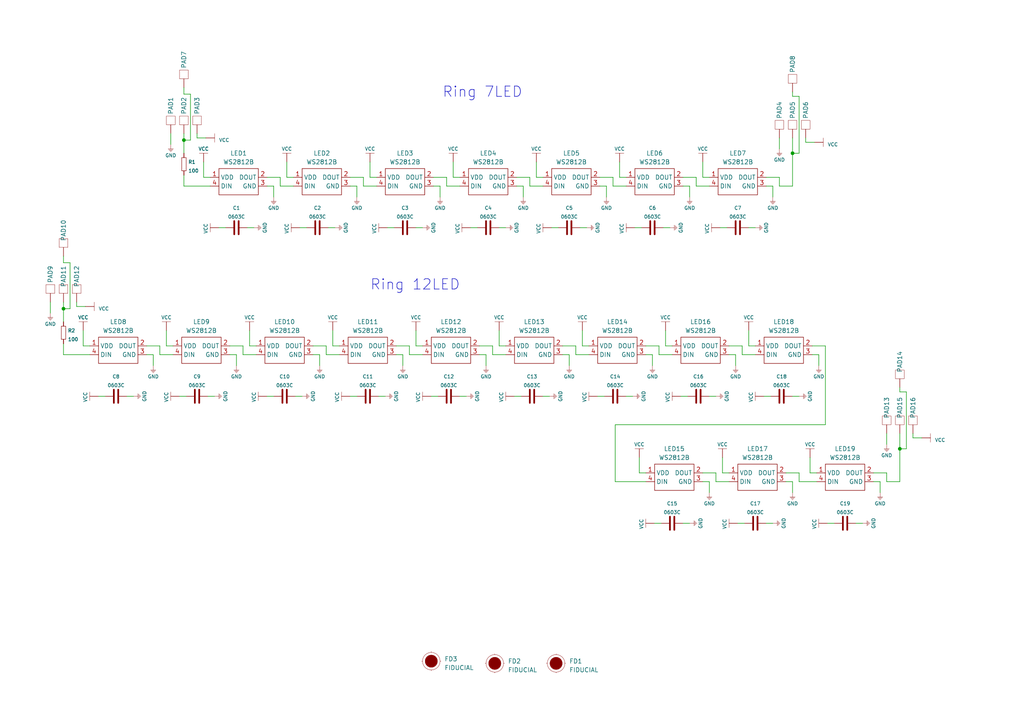
<source format=kicad_sch>
(kicad_sch (version 20210621) (generator eeschema)
  (paper "A4")
  (lib_symbols
    (symbol "e-radionica.com schematics:0603C" (pin_numbers hide) (pin_names (offset 0.002))
      (property "Reference" "C" (at -0.635 3.175 0))
      (property "Value" "0603C" (at 0 -3.175 0))
      (symbol "0603C_1_1"
        (pin passive line (at -3.175 0 0) (length 2.54) (name "~") (number "1"))
        (pin passive line (at 3.175 0 180) (length 2.54) (name "~") (number "2"))
      )
    )
    (symbol "e-radionica.com schematics:0603R" (pin_numbers hide) (pin_names (offset 0.254))
      (property "Reference" "R" (at -1.905 1.905 0))
      (property "Value" "0603R" (at 0 -1.905 0))
      (symbol "0603R_1_1"
        (pin passive line (at -3.175 0 0) (length 1.27) (name "~") (number "1"))
        (pin passive line (at 3.175 0 180) (length 1.27) (name "~") (number "2"))
      )
    )
    (symbol "e-radionica.com schematics:FIDUCIAL" (in_bom no)
      (property "Reference" "FD" (at 0 3.81 0))
      (property "Value" "FIDUCIAL" (at 0 -3.81 0))
    )
    (symbol "e-radionica.com schematics:GND" (power) (pin_names (offset 0))
      (property "Value" "GND" (at 0 -2.921 0))
      (symbol "GND_1_1"
        (pin power_in line (at 0 0 270) (length 0) hide (name "GND") (number "1"))
      )
    )
    (symbol "e-radionica.com schematics:PAD_2x1.5" (pin_numbers hide) (pin_names hide)
      (property "Reference" "PAD" (at 0 2.54 0))
      (property "Value" "PAD_2x1.5" (at 0 -2.54 0))
      (symbol "PAD_2x1.5_1_1"
        (pin passive line (at -3.81 0 0) (length 2.54) (name "~") (number "1"))
      )
    )
    (symbol "e-radionica.com schematics:VCC" (power) (pin_names (offset 0))
      (property "Value" "VCC" (at 0 3.556 0))
      (symbol "VCC_1_1"
        (pin power_in line (at 0 0 90) (length 0) hide (name "VCC") (number "1"))
      )
    )
    (symbol "e-radionica.com schematics:WS2812B"
      (property "Reference" "LED?" (at 2.54 5.08 0))
      (property "Value" "WS2812B" (at 1.27 -5.08 0))
      (symbol "WS2812B_1_1"
        (pin input line (at -7.62 1.27 0) (length 2.54) (name "VDD") (number "1"))
        (pin input line (at 8.89 1.27 180) (length 2.54) (name "DOUT") (number "2"))
        (pin input line (at 8.89 -1.27 180) (length 2.54) (name "GND") (number "3"))
        (pin input line (at -7.62 -1.27 0) (length 2.54) (name "DIN") (number "4"))
      )
    )
  )
  (junction (at 18.415 89.535) (diameter 0.9144))
  (junction (at 27.94 239.395) (diameter 0.9144))
  (junction (at 53.34 40.64) (diameter 0.9144))
  (junction (at 229.87 44.45) (diameter 0.9144))
  (junction (at 260.985 130.175) (diameter 0.9144))
  (junction (at 264.795 319.405) (diameter 0.9144))
  (wire (pts (xy 14.605 87.63) (xy 14.605 90.805)))
  (wire (pts (xy 18.415 74.295) (xy 18.415 76.2)))
  (wire (pts (xy 18.415 76.2) (xy 20.32 76.2)))
  (wire (pts (xy 18.415 87.63) (xy 18.415 89.535)))
  (wire (pts (xy 18.415 89.535) (xy 18.415 93.345)))
  (wire (pts (xy 18.415 99.695) (xy 18.415 102.87)))
  (wire (pts (xy 18.415 102.87) (xy 26.035 102.87)))
  (wire (pts (xy 20.32 76.2) (xy 20.32 89.535)))
  (wire (pts (xy 20.32 89.535) (xy 18.415 89.535)))
  (wire (pts (xy 22.225 87.63) (xy 22.225 88.9)))
  (wire (pts (xy 22.225 88.9) (xy 24.765 88.9)))
  (wire (pts (xy 24.13 95.885) (xy 24.13 100.33)))
  (wire (pts (xy 24.13 237.49) (xy 24.13 240.665)))
  (wire (pts (xy 26.035 100.33) (xy 24.13 100.33)))
  (wire (pts (xy 27.94 224.155) (xy 27.94 226.06)))
  (wire (pts (xy 27.94 226.06) (xy 29.845 226.06)))
  (wire (pts (xy 27.94 237.49) (xy 27.94 239.395)))
  (wire (pts (xy 27.94 239.395) (xy 27.94 243.205)))
  (wire (pts (xy 27.94 249.555) (xy 27.94 252.73)))
  (wire (pts (xy 27.94 252.73) (xy 35.56 252.73)))
  (wire (pts (xy 28.575 114.935) (xy 30.48 114.935)))
  (wire (pts (xy 29.845 226.06) (xy 29.845 239.395)))
  (wire (pts (xy 29.845 239.395) (xy 27.94 239.395)))
  (wire (pts (xy 31.115 273.05) (xy 31.115 289.56)))
  (wire (pts (xy 31.115 289.56) (xy 35.56 289.56)))
  (wire (pts (xy 31.75 237.49) (xy 31.75 238.76)))
  (wire (pts (xy 31.75 238.76) (xy 34.29 238.76)))
  (wire (pts (xy 33.655 245.745) (xy 33.655 250.19)))
  (wire (pts (xy 33.655 282.575) (xy 33.655 287.02)))
  (wire (pts (xy 35.56 250.19) (xy 33.655 250.19)))
  (wire (pts (xy 35.56 287.02) (xy 33.655 287.02)))
  (wire (pts (xy 36.83 114.935) (xy 38.735 114.935)))
  (wire (pts (xy 38.1 264.795) (xy 40.005 264.795)))
  (wire (pts (xy 42.545 100.33) (xy 46.355 100.33)))
  (wire (pts (xy 42.545 102.87) (xy 44.45 102.87)))
  (wire (pts (xy 44.45 102.87) (xy 44.45 106.045)))
  (wire (pts (xy 46.355 100.33) (xy 46.355 102.87)))
  (wire (pts (xy 46.355 102.87) (xy 50.165 102.87)))
  (wire (pts (xy 46.355 264.795) (xy 48.26 264.795)))
  (wire (pts (xy 48.26 95.885) (xy 48.26 100.33)))
  (wire (pts (xy 49.53 38.735) (xy 49.53 41.91)))
  (wire (pts (xy 50.165 100.33) (xy 48.26 100.33)))
  (wire (pts (xy 52.07 114.935) (xy 53.975 114.935)))
  (wire (pts (xy 52.07 250.19) (xy 55.88 250.19)))
  (wire (pts (xy 52.07 252.73) (xy 53.975 252.73)))
  (wire (pts (xy 52.07 287.02) (xy 55.88 287.02)))
  (wire (pts (xy 52.07 289.56) (xy 53.975 289.56)))
  (wire (pts (xy 53.34 25.4) (xy 53.34 27.305)))
  (wire (pts (xy 53.34 27.305) (xy 55.245 27.305)))
  (wire (pts (xy 53.34 38.735) (xy 53.34 40.64)))
  (wire (pts (xy 53.34 40.64) (xy 53.34 44.45)))
  (wire (pts (xy 53.34 50.8) (xy 53.34 53.975)))
  (wire (pts (xy 53.34 53.975) (xy 60.96 53.975)))
  (wire (pts (xy 53.975 252.73) (xy 53.975 255.905)))
  (wire (pts (xy 53.975 289.56) (xy 53.975 292.735)))
  (wire (pts (xy 55.245 27.305) (xy 55.245 40.64)))
  (wire (pts (xy 55.245 40.64) (xy 53.34 40.64)))
  (wire (pts (xy 55.88 250.19) (xy 55.88 252.73)))
  (wire (pts (xy 55.88 252.73) (xy 59.69 252.73)))
  (wire (pts (xy 55.88 287.02) (xy 55.88 289.56)))
  (wire (pts (xy 55.88 289.56) (xy 59.69 289.56)))
  (wire (pts (xy 57.15 38.735) (xy 57.15 40.005)))
  (wire (pts (xy 57.15 40.005) (xy 59.69 40.005)))
  (wire (pts (xy 57.785 245.745) (xy 57.785 250.19)))
  (wire (pts (xy 57.785 282.575) (xy 57.785 287.02)))
  (wire (pts (xy 59.055 46.99) (xy 59.055 51.435)))
  (wire (pts (xy 59.69 250.19) (xy 57.785 250.19)))
  (wire (pts (xy 59.69 287.02) (xy 57.785 287.02)))
  (wire (pts (xy 60.325 114.935) (xy 62.23 114.935)))
  (wire (pts (xy 60.96 51.435) (xy 59.055 51.435)))
  (wire (pts (xy 61.595 264.795) (xy 63.5 264.795)))
  (wire (pts (xy 63.5 66.04) (xy 65.405 66.04)))
  (wire (pts (xy 66.675 100.33) (xy 70.485 100.33)))
  (wire (pts (xy 66.675 102.87) (xy 68.58 102.87)))
  (wire (pts (xy 68.58 102.87) (xy 68.58 106.045)))
  (wire (pts (xy 69.85 264.795) (xy 71.755 264.795)))
  (wire (pts (xy 70.485 100.33) (xy 70.485 102.87)))
  (wire (pts (xy 70.485 102.87) (xy 74.295 102.87)))
  (wire (pts (xy 71.755 66.04) (xy 73.66 66.04)))
  (wire (pts (xy 72.39 95.885) (xy 72.39 100.33)))
  (wire (pts (xy 74.295 100.33) (xy 72.39 100.33)))
  (wire (pts (xy 76.2 250.19) (xy 80.01 250.19)))
  (wire (pts (xy 76.2 252.73) (xy 78.105 252.73)))
  (wire (pts (xy 76.2 287.02) (xy 80.01 287.02)))
  (wire (pts (xy 76.2 289.56) (xy 78.105 289.56)))
  (wire (pts (xy 77.47 51.435) (xy 81.28 51.435)))
  (wire (pts (xy 77.47 53.975) (xy 79.375 53.975)))
  (wire (pts (xy 77.47 114.935) (xy 79.375 114.935)))
  (wire (pts (xy 78.105 252.73) (xy 78.105 255.905)))
  (wire (pts (xy 78.105 289.56) (xy 78.105 292.735)))
  (wire (pts (xy 79.375 53.975) (xy 79.375 57.15)))
  (wire (pts (xy 80.01 250.19) (xy 80.01 252.73)))
  (wire (pts (xy 80.01 252.73) (xy 83.82 252.73)))
  (wire (pts (xy 80.01 287.02) (xy 80.01 289.56)))
  (wire (pts (xy 80.01 289.56) (xy 83.82 289.56)))
  (wire (pts (xy 81.28 51.435) (xy 81.28 53.975)))
  (wire (pts (xy 81.28 53.975) (xy 85.09 53.975)))
  (wire (pts (xy 81.915 245.745) (xy 81.915 250.19)))
  (wire (pts (xy 81.915 282.575) (xy 81.915 287.02)))
  (wire (pts (xy 83.185 46.99) (xy 83.185 51.435)))
  (wire (pts (xy 83.82 250.19) (xy 81.915 250.19)))
  (wire (pts (xy 83.82 287.02) (xy 81.915 287.02)))
  (wire (pts (xy 85.09 51.435) (xy 83.185 51.435)))
  (wire (pts (xy 85.725 114.935) (xy 87.63 114.935)))
  (wire (pts (xy 86.995 66.04) (xy 88.9 66.04)))
  (wire (pts (xy 86.995 264.795) (xy 88.9 264.795)))
  (wire (pts (xy 86.995 301.625) (xy 88.9 301.625)))
  (wire (pts (xy 90.805 100.33) (xy 94.615 100.33)))
  (wire (pts (xy 90.805 102.87) (xy 92.71 102.87)))
  (wire (pts (xy 92.71 102.87) (xy 92.71 106.045)))
  (wire (pts (xy 94.615 100.33) (xy 94.615 102.87)))
  (wire (pts (xy 94.615 102.87) (xy 98.425 102.87)))
  (wire (pts (xy 95.25 66.04) (xy 97.155 66.04)))
  (wire (pts (xy 95.25 264.795) (xy 97.155 264.795)))
  (wire (pts (xy 95.25 301.625) (xy 97.155 301.625)))
  (wire (pts (xy 96.52 95.885) (xy 96.52 100.33)))
  (wire (pts (xy 98.425 100.33) (xy 96.52 100.33)))
  (wire (pts (xy 100.33 250.19) (xy 104.14 250.19)))
  (wire (pts (xy 100.33 252.73) (xy 102.235 252.73)))
  (wire (pts (xy 100.33 287.02) (xy 104.14 287.02)))
  (wire (pts (xy 100.33 289.56) (xy 102.235 289.56)))
  (wire (pts (xy 101.6 51.435) (xy 105.41 51.435)))
  (wire (pts (xy 101.6 53.975) (xy 103.505 53.975)))
  (wire (pts (xy 101.6 114.935) (xy 103.505 114.935)))
  (wire (pts (xy 102.235 252.73) (xy 102.235 255.905)))
  (wire (pts (xy 102.235 289.56) (xy 102.235 292.735)))
  (wire (pts (xy 103.505 53.975) (xy 103.505 57.15)))
  (wire (pts (xy 104.14 250.19) (xy 104.14 252.73)))
  (wire (pts (xy 104.14 252.73) (xy 107.95 252.73)))
  (wire (pts (xy 104.14 287.02) (xy 104.14 289.56)))
  (wire (pts (xy 104.14 289.56) (xy 107.95 289.56)))
  (wire (pts (xy 105.41 51.435) (xy 105.41 53.975)))
  (wire (pts (xy 105.41 53.975) (xy 109.22 53.975)))
  (wire (pts (xy 106.045 245.745) (xy 106.045 250.19)))
  (wire (pts (xy 106.045 282.575) (xy 106.045 287.02)))
  (wire (pts (xy 107.315 46.99) (xy 107.315 51.435)))
  (wire (pts (xy 107.95 250.19) (xy 106.045 250.19)))
  (wire (pts (xy 107.95 287.02) (xy 106.045 287.02)))
  (wire (pts (xy 109.22 51.435) (xy 107.315 51.435)))
  (wire (pts (xy 109.855 114.935) (xy 111.76 114.935)))
  (wire (pts (xy 111.125 264.795) (xy 113.03 264.795)))
  (wire (pts (xy 111.125 301.625) (xy 113.03 301.625)))
  (wire (pts (xy 112.395 66.04) (xy 114.3 66.04)))
  (wire (pts (xy 114.935 100.33) (xy 118.745 100.33)))
  (wire (pts (xy 114.935 102.87) (xy 116.84 102.87)))
  (wire (pts (xy 115.57 309.88) (xy 115.57 328.93)))
  (wire (pts (xy 115.57 328.93) (xy 120.015 328.93)))
  (wire (pts (xy 116.84 102.87) (xy 116.84 106.045)))
  (wire (pts (xy 118.11 321.945) (xy 118.11 326.39)))
  (wire (pts (xy 118.745 100.33) (xy 118.745 102.87)))
  (wire (pts (xy 118.745 102.87) (xy 122.555 102.87)))
  (wire (pts (xy 119.38 264.795) (xy 121.285 264.795)))
  (wire (pts (xy 119.38 301.625) (xy 121.285 301.625)))
  (wire (pts (xy 120.015 326.39) (xy 118.11 326.39)))
  (wire (pts (xy 120.65 66.04) (xy 122.555 66.04)))
  (wire (pts (xy 120.65 95.885) (xy 120.65 100.33)))
  (wire (pts (xy 122.555 100.33) (xy 120.65 100.33)))
  (wire (pts (xy 122.555 340.995) (xy 124.46 340.995)))
  (wire (pts (xy 124.46 250.19) (xy 128.27 250.19)))
  (wire (pts (xy 124.46 252.73) (xy 126.365 252.73)))
  (wire (pts (xy 124.46 287.02) (xy 128.27 287.02)))
  (wire (pts (xy 124.46 289.56) (xy 126.365 289.56)))
  (wire (pts (xy 125.095 114.935) (xy 127 114.935)))
  (wire (pts (xy 125.73 51.435) (xy 129.54 51.435)))
  (wire (pts (xy 125.73 53.975) (xy 127.635 53.975)))
  (wire (pts (xy 126.365 252.73) (xy 126.365 255.905)))
  (wire (pts (xy 126.365 289.56) (xy 126.365 292.735)))
  (wire (pts (xy 127.635 53.975) (xy 127.635 57.15)))
  (wire (pts (xy 128.27 250.19) (xy 128.27 252.73)))
  (wire (pts (xy 128.27 252.73) (xy 132.08 252.73)))
  (wire (pts (xy 128.27 287.02) (xy 128.27 289.56)))
  (wire (pts (xy 128.27 289.56) (xy 132.08 289.56)))
  (wire (pts (xy 129.54 51.435) (xy 129.54 53.975)))
  (wire (pts (xy 129.54 53.975) (xy 133.35 53.975)))
  (wire (pts (xy 130.175 245.745) (xy 130.175 250.19)))
  (wire (pts (xy 130.175 282.575) (xy 130.175 287.02)))
  (wire (pts (xy 130.81 340.995) (xy 132.715 340.995)))
  (wire (pts (xy 131.445 46.99) (xy 131.445 51.435)))
  (wire (pts (xy 132.08 250.19) (xy 130.175 250.19)))
  (wire (pts (xy 132.08 287.02) (xy 130.175 287.02)))
  (wire (pts (xy 133.35 51.435) (xy 131.445 51.435)))
  (wire (pts (xy 133.35 114.935) (xy 135.255 114.935)))
  (wire (pts (xy 134.62 264.795) (xy 136.525 264.795)))
  (wire (pts (xy 134.62 301.625) (xy 136.525 301.625)))
  (wire (pts (xy 136.525 66.04) (xy 138.43 66.04)))
  (wire (pts (xy 136.525 326.39) (xy 140.335 326.39)))
  (wire (pts (xy 136.525 328.93) (xy 138.43 328.93)))
  (wire (pts (xy 138.43 328.93) (xy 138.43 332.105)))
  (wire (pts (xy 139.065 100.33) (xy 142.875 100.33)))
  (wire (pts (xy 139.065 102.87) (xy 140.97 102.87)))
  (wire (pts (xy 140.335 326.39) (xy 140.335 328.93)))
  (wire (pts (xy 140.335 328.93) (xy 144.145 328.93)))
  (wire (pts (xy 140.97 102.87) (xy 140.97 106.045)))
  (wire (pts (xy 142.24 321.945) (xy 142.24 326.39)))
  (wire (pts (xy 142.875 100.33) (xy 142.875 102.87)))
  (wire (pts (xy 142.875 102.87) (xy 146.685 102.87)))
  (wire (pts (xy 142.875 264.795) (xy 144.78 264.795)))
  (wire (pts (xy 142.875 301.625) (xy 144.78 301.625)))
  (wire (pts (xy 144.145 326.39) (xy 142.24 326.39)))
  (wire (pts (xy 144.78 66.04) (xy 146.685 66.04)))
  (wire (pts (xy 144.78 95.885) (xy 144.78 100.33)))
  (wire (pts (xy 146.05 340.995) (xy 147.955 340.995)))
  (wire (pts (xy 146.685 100.33) (xy 144.78 100.33)))
  (wire (pts (xy 148.59 250.19) (xy 152.4 250.19)))
  (wire (pts (xy 148.59 252.73) (xy 150.495 252.73)))
  (wire (pts (xy 148.59 287.02) (xy 152.4 287.02)))
  (wire (pts (xy 148.59 289.56) (xy 150.495 289.56)))
  (wire (pts (xy 149.225 114.935) (xy 151.13 114.935)))
  (wire (pts (xy 149.86 51.435) (xy 153.67 51.435)))
  (wire (pts (xy 149.86 53.975) (xy 151.765 53.975)))
  (wire (pts (xy 150.495 252.73) (xy 150.495 255.905)))
  (wire (pts (xy 150.495 289.56) (xy 150.495 292.735)))
  (wire (pts (xy 151.765 53.975) (xy 151.765 57.15)))
  (wire (pts (xy 152.4 250.19) (xy 152.4 252.73)))
  (wire (pts (xy 152.4 252.73) (xy 156.21 252.73)))
  (wire (pts (xy 152.4 287.02) (xy 152.4 289.56)))
  (wire (pts (xy 152.4 289.56) (xy 156.21 289.56)))
  (wire (pts (xy 153.67 51.435) (xy 153.67 53.975)))
  (wire (pts (xy 153.67 53.975) (xy 157.48 53.975)))
  (wire (pts (xy 154.305 245.745) (xy 154.305 250.19)))
  (wire (pts (xy 154.305 282.575) (xy 154.305 287.02)))
  (wire (pts (xy 154.305 340.995) (xy 156.21 340.995)))
  (wire (pts (xy 155.575 46.99) (xy 155.575 51.435)))
  (wire (pts (xy 156.21 250.19) (xy 154.305 250.19)))
  (wire (pts (xy 156.21 287.02) (xy 154.305 287.02)))
  (wire (pts (xy 157.48 51.435) (xy 155.575 51.435)))
  (wire (pts (xy 157.48 114.935) (xy 159.385 114.935)))
  (wire (pts (xy 158.75 301.625) (xy 160.655 301.625)))
  (wire (pts (xy 160.02 66.04) (xy 161.925 66.04)))
  (wire (pts (xy 160.655 326.39) (xy 164.465 326.39)))
  (wire (pts (xy 160.655 328.93) (xy 162.56 328.93)))
  (wire (pts (xy 162.56 328.93) (xy 162.56 332.105)))
  (wire (pts (xy 163.195 100.33) (xy 167.005 100.33)))
  (wire (pts (xy 163.195 102.87) (xy 165.1 102.87)))
  (wire (pts (xy 164.465 326.39) (xy 164.465 328.93)))
  (wire (pts (xy 164.465 328.93) (xy 168.275 328.93)))
  (wire (pts (xy 165.1 102.87) (xy 165.1 106.045)))
  (wire (pts (xy 166.37 321.945) (xy 166.37 326.39)))
  (wire (pts (xy 167.005 100.33) (xy 167.005 102.87)))
  (wire (pts (xy 167.005 102.87) (xy 170.815 102.87)))
  (wire (pts (xy 167.005 301.625) (xy 168.91 301.625)))
  (wire (pts (xy 168.275 66.04) (xy 170.18 66.04)))
  (wire (pts (xy 168.275 326.39) (xy 166.37 326.39)))
  (wire (pts (xy 168.91 95.885) (xy 168.91 100.33)))
  (wire (pts (xy 170.815 100.33) (xy 168.91 100.33)))
  (wire (pts (xy 171.45 340.995) (xy 173.355 340.995)))
  (wire (pts (xy 172.72 250.19) (xy 176.53 250.19)))
  (wire (pts (xy 172.72 252.73) (xy 174.625 252.73)))
  (wire (pts (xy 172.72 287.02) (xy 176.53 287.02)))
  (wire (pts (xy 172.72 289.56) (xy 174.625 289.56)))
  (wire (pts (xy 173.355 114.935) (xy 175.26 114.935)))
  (wire (pts (xy 173.99 51.435) (xy 177.8 51.435)))
  (wire (pts (xy 173.99 53.975) (xy 175.895 53.975)))
  (wire (pts (xy 174.625 252.73) (xy 174.625 255.905)))
  (wire (pts (xy 174.625 289.56) (xy 174.625 292.735)))
  (wire (pts (xy 175.895 53.975) (xy 175.895 57.15)))
  (wire (pts (xy 176.53 250.19) (xy 176.53 252.73)))
  (wire (pts (xy 176.53 252.73) (xy 180.34 252.73)))
  (wire (pts (xy 176.53 287.02) (xy 176.53 289.56)))
  (wire (pts (xy 176.53 289.56) (xy 180.34 289.56)))
  (wire (pts (xy 177.8 51.435) (xy 177.8 53.975)))
  (wire (pts (xy 177.8 53.975) (xy 181.61 53.975)))
  (wire (pts (xy 178.435 123.19) (xy 178.435 139.7)))
  (wire (pts (xy 178.435 139.7) (xy 187.325 139.7)))
  (wire (pts (xy 178.435 245.745) (xy 178.435 250.19)))
  (wire (pts (xy 178.435 282.575) (xy 178.435 287.02)))
  (wire (pts (xy 179.705 46.99) (xy 179.705 51.435)))
  (wire (pts (xy 179.705 340.995) (xy 181.61 340.995)))
  (wire (pts (xy 180.34 250.19) (xy 178.435 250.19)))
  (wire (pts (xy 180.34 287.02) (xy 178.435 287.02)))
  (wire (pts (xy 181.61 51.435) (xy 179.705 51.435)))
  (wire (pts (xy 181.61 114.935) (xy 183.515 114.935)))
  (wire (pts (xy 182.88 301.625) (xy 184.785 301.625)))
  (wire (pts (xy 184.15 66.04) (xy 186.055 66.04)))
  (wire (pts (xy 184.785 326.39) (xy 188.595 326.39)))
  (wire (pts (xy 184.785 328.93) (xy 186.69 328.93)))
  (wire (pts (xy 185.42 132.715) (xy 185.42 137.16)))
  (wire (pts (xy 186.69 328.93) (xy 186.69 332.105)))
  (wire (pts (xy 187.325 100.33) (xy 191.135 100.33)))
  (wire (pts (xy 187.325 102.87) (xy 189.23 102.87)))
  (wire (pts (xy 187.325 137.16) (xy 185.42 137.16)))
  (wire (pts (xy 188.595 326.39) (xy 188.595 328.93)))
  (wire (pts (xy 188.595 328.93) (xy 192.405 328.93)))
  (wire (pts (xy 189.23 102.87) (xy 189.23 106.045)))
  (wire (pts (xy 189.865 151.765) (xy 191.77 151.765)))
  (wire (pts (xy 190.5 321.945) (xy 190.5 326.39)))
  (wire (pts (xy 191.135 100.33) (xy 191.135 102.87)))
  (wire (pts (xy 191.135 102.87) (xy 194.945 102.87)))
  (wire (pts (xy 191.135 301.625) (xy 193.04 301.625)))
  (wire (pts (xy 192.405 66.04) (xy 194.31 66.04)))
  (wire (pts (xy 192.405 326.39) (xy 190.5 326.39)))
  (wire (pts (xy 193.04 95.885) (xy 193.04 100.33)))
  (wire (pts (xy 194.945 100.33) (xy 193.04 100.33)))
  (wire (pts (xy 196.85 250.19) (xy 200.66 250.19)))
  (wire (pts (xy 196.85 252.73) (xy 198.755 252.73)))
  (wire (pts (xy 196.85 287.02) (xy 200.66 287.02)))
  (wire (pts (xy 196.85 289.56) (xy 198.755 289.56)))
  (wire (pts (xy 197.485 114.935) (xy 199.39 114.935)))
  (wire (pts (xy 198.12 51.435) (xy 201.93 51.435)))
  (wire (pts (xy 198.12 53.975) (xy 200.025 53.975)))
  (wire (pts (xy 198.12 151.765) (xy 200.025 151.765)))
  (wire (pts (xy 198.755 252.73) (xy 198.755 255.905)))
  (wire (pts (xy 198.755 289.56) (xy 198.755 292.735)))
  (wire (pts (xy 200.025 53.975) (xy 200.025 57.15)))
  (wire (pts (xy 200.66 250.19) (xy 200.66 252.73)))
  (wire (pts (xy 200.66 252.73) (xy 204.47 252.73)))
  (wire (pts (xy 200.66 287.02) (xy 200.66 289.56)))
  (wire (pts (xy 200.66 289.56) (xy 204.47 289.56)))
  (wire (pts (xy 201.93 51.435) (xy 201.93 53.975)))
  (wire (pts (xy 201.93 53.975) (xy 205.74 53.975)))
  (wire (pts (xy 202.565 245.745) (xy 202.565 250.19)))
  (wire (pts (xy 202.565 282.575) (xy 202.565 287.02)))
  (wire (pts (xy 203.835 46.99) (xy 203.835 51.435)))
  (wire (pts (xy 203.835 137.16) (xy 207.645 137.16)))
  (wire (pts (xy 203.835 139.7) (xy 205.74 139.7)))
  (wire (pts (xy 204.47 250.19) (xy 202.565 250.19)))
  (wire (pts (xy 204.47 287.02) (xy 202.565 287.02)))
  (wire (pts (xy 205.74 51.435) (xy 203.835 51.435)))
  (wire (pts (xy 205.74 114.935) (xy 207.645 114.935)))
  (wire (pts (xy 205.74 139.7) (xy 205.74 142.875)))
  (wire (pts (xy 207.01 264.795) (xy 208.915 264.795)))
  (wire (pts (xy 207.01 301.625) (xy 208.915 301.625)))
  (wire (pts (xy 207.645 137.16) (xy 207.645 139.7)))
  (wire (pts (xy 207.645 139.7) (xy 211.455 139.7)))
  (wire (pts (xy 208.915 66.04) (xy 210.82 66.04)))
  (wire (pts (xy 208.915 326.39) (xy 212.725 326.39)))
  (wire (pts (xy 208.915 328.93) (xy 210.82 328.93)))
  (wire (pts (xy 209.55 132.715) (xy 209.55 137.16)))
  (wire (pts (xy 210.82 328.93) (xy 210.82 332.105)))
  (wire (pts (xy 211.455 100.33) (xy 215.265 100.33)))
  (wire (pts (xy 211.455 102.87) (xy 213.36 102.87)))
  (wire (pts (xy 211.455 137.16) (xy 209.55 137.16)))
  (wire (pts (xy 212.725 326.39) (xy 212.725 328.93)))
  (wire (pts (xy 212.725 328.93) (xy 216.535 328.93)))
  (wire (pts (xy 213.36 102.87) (xy 213.36 106.045)))
  (wire (pts (xy 213.995 151.765) (xy 215.9 151.765)))
  (wire (pts (xy 214.63 321.945) (xy 214.63 326.39)))
  (wire (pts (xy 215.265 100.33) (xy 215.265 102.87)))
  (wire (pts (xy 215.265 102.87) (xy 219.075 102.87)))
  (wire (pts (xy 215.265 264.795) (xy 217.17 264.795)))
  (wire (pts (xy 215.265 301.625) (xy 217.17 301.625)))
  (wire (pts (xy 216.535 326.39) (xy 214.63 326.39)))
  (wire (pts (xy 217.17 66.04) (xy 219.075 66.04)))
  (wire (pts (xy 217.17 95.885) (xy 217.17 100.33)))
  (wire (pts (xy 219.075 100.33) (xy 217.17 100.33)))
  (wire (pts (xy 219.075 340.995) (xy 220.98 340.995)))
  (wire (pts (xy 220.98 250.19) (xy 224.79 250.19)))
  (wire (pts (xy 220.98 252.73) (xy 222.885 252.73)))
  (wire (pts (xy 220.98 287.02) (xy 224.79 287.02)))
  (wire (pts (xy 220.98 289.56) (xy 222.885 289.56)))
  (wire (pts (xy 221.615 114.935) (xy 223.52 114.935)))
  (wire (pts (xy 222.25 51.435) (xy 226.06 51.435)))
  (wire (pts (xy 222.25 53.975) (xy 224.155 53.975)))
  (wire (pts (xy 222.25 151.765) (xy 224.155 151.765)))
  (wire (pts (xy 222.885 252.73) (xy 222.885 255.905)))
  (wire (pts (xy 222.885 289.56) (xy 222.885 292.735)))
  (wire (pts (xy 224.155 53.975) (xy 224.155 57.15)))
  (wire (pts (xy 224.79 250.19) (xy 224.79 252.73)))
  (wire (pts (xy 224.79 252.73) (xy 228.6 252.73)))
  (wire (pts (xy 224.79 287.02) (xy 224.79 289.56)))
  (wire (pts (xy 224.79 289.56) (xy 228.6 289.56)))
  (wire (pts (xy 226.06 40.005) (xy 226.06 43.18)))
  (wire (pts (xy 226.06 51.435) (xy 226.06 53.975)))
  (wire (pts (xy 226.06 53.975) (xy 229.87 53.975)))
  (wire (pts (xy 226.695 245.745) (xy 226.695 250.19)))
  (wire (pts (xy 226.695 282.575) (xy 226.695 287.02)))
  (wire (pts (xy 227.33 340.995) (xy 229.235 340.995)))
  (wire (pts (xy 227.965 137.16) (xy 231.775 137.16)))
  (wire (pts (xy 227.965 139.7) (xy 229.87 139.7)))
  (wire (pts (xy 228.6 250.19) (xy 226.695 250.19)))
  (wire (pts (xy 228.6 287.02) (xy 226.695 287.02)))
  (wire (pts (xy 229.87 26.67) (xy 229.87 27.94)))
  (wire (pts (xy 229.87 27.94) (xy 231.775 27.94)))
  (wire (pts (xy 229.87 40.005) (xy 229.87 44.45)))
  (wire (pts (xy 229.87 44.45) (xy 229.87 53.975)))
  (wire (pts (xy 229.87 114.935) (xy 231.775 114.935)))
  (wire (pts (xy 229.87 139.7) (xy 229.87 142.875)))
  (wire (pts (xy 231.14 264.795) (xy 233.045 264.795)))
  (wire (pts (xy 231.14 301.625) (xy 233.045 301.625)))
  (wire (pts (xy 231.775 27.94) (xy 231.775 44.45)))
  (wire (pts (xy 231.775 44.45) (xy 229.87 44.45)))
  (wire (pts (xy 231.775 137.16) (xy 231.775 139.7)))
  (wire (pts (xy 231.775 139.7) (xy 236.855 139.7)))
  (wire (pts (xy 233.045 326.39) (xy 236.855 326.39)))
  (wire (pts (xy 233.045 328.93) (xy 234.95 328.93)))
  (wire (pts (xy 233.68 40.005) (xy 233.68 41.275)))
  (wire (pts (xy 233.68 41.275) (xy 236.22 41.275)))
  (wire (pts (xy 234.95 132.715) (xy 234.95 137.16)))
  (wire (pts (xy 234.95 328.93) (xy 234.95 332.105)))
  (wire (pts (xy 235.585 100.33) (xy 239.395 100.33)))
  (wire (pts (xy 235.585 102.87) (xy 237.49 102.87)))
  (wire (pts (xy 236.855 137.16) (xy 234.95 137.16)))
  (wire (pts (xy 236.855 326.39) (xy 236.855 328.93)))
  (wire (pts (xy 236.855 328.93) (xy 240.665 328.93)))
  (wire (pts (xy 237.49 102.87) (xy 237.49 106.045)))
  (wire (pts (xy 238.76 321.945) (xy 238.76 326.39)))
  (wire (pts (xy 239.395 100.33) (xy 239.395 123.19)))
  (wire (pts (xy 239.395 123.19) (xy 178.435 123.19)))
  (wire (pts (xy 239.395 264.795) (xy 241.3 264.795)))
  (wire (pts (xy 239.395 301.625) (xy 241.3 301.625)))
  (wire (pts (xy 240.03 151.765) (xy 241.935 151.765)))
  (wire (pts (xy 240.665 326.39) (xy 238.76 326.39)))
  (wire (pts (xy 243.84 340.995) (xy 245.745 340.995)))
  (wire (pts (xy 245.11 250.19) (xy 248.92 250.19)))
  (wire (pts (xy 245.11 252.73) (xy 247.015 252.73)))
  (wire (pts (xy 245.11 287.02) (xy 248.92 287.02)))
  (wire (pts (xy 245.11 289.56) (xy 247.015 289.56)))
  (wire (pts (xy 247.015 252.73) (xy 247.015 255.905)))
  (wire (pts (xy 247.015 289.56) (xy 247.015 292.735)))
  (wire (pts (xy 248.285 151.765) (xy 250.19 151.765)))
  (wire (pts (xy 248.92 250.19) (xy 248.92 273.05)))
  (wire (pts (xy 248.92 273.05) (xy 31.115 273.05)))
  (wire (pts (xy 248.92 287.02) (xy 248.92 309.88)))
  (wire (pts (xy 248.92 309.88) (xy 115.57 309.88)))
  (wire (pts (xy 252.095 340.995) (xy 254 340.995)))
  (wire (pts (xy 253.365 137.16) (xy 257.175 137.16)))
  (wire (pts (xy 253.365 139.7) (xy 255.27 139.7)))
  (wire (pts (xy 255.27 139.7) (xy 255.27 142.875)))
  (wire (pts (xy 257.175 125.73) (xy 257.175 128.905)))
  (wire (pts (xy 257.175 137.16) (xy 257.175 139.7)))
  (wire (pts (xy 257.175 139.7) (xy 260.985 139.7)))
  (wire (pts (xy 257.175 326.39) (xy 260.985 326.39)))
  (wire (pts (xy 257.175 328.93) (xy 259.08 328.93)))
  (wire (pts (xy 259.08 328.93) (xy 259.08 332.105)))
  (wire (pts (xy 260.985 112.395) (xy 260.985 113.665)))
  (wire (pts (xy 260.985 113.665) (xy 262.89 113.665)))
  (wire (pts (xy 260.985 125.73) (xy 260.985 130.175)))
  (wire (pts (xy 260.985 130.175) (xy 260.985 139.7)))
  (wire (pts (xy 260.985 314.96) (xy 260.985 318.135)))
  (wire (pts (xy 260.985 326.39) (xy 260.985 328.93)))
  (wire (pts (xy 260.985 328.93) (xy 264.795 328.93)))
  (wire (pts (xy 262.89 113.665) (xy 262.89 130.175)))
  (wire (pts (xy 262.89 130.175) (xy 260.985 130.175)))
  (wire (pts (xy 264.795 125.73) (xy 264.795 127)))
  (wire (pts (xy 264.795 127) (xy 267.335 127)))
  (wire (pts (xy 264.795 301.625) (xy 264.795 302.895)))
  (wire (pts (xy 264.795 302.895) (xy 266.7 302.895)))
  (wire (pts (xy 264.795 314.96) (xy 264.795 319.405)))
  (wire (pts (xy 264.795 319.405) (xy 264.795 328.93)))
  (wire (pts (xy 266.7 302.895) (xy 266.7 319.405)))
  (wire (pts (xy 266.7 319.405) (xy 264.795 319.405)))
  (wire (pts (xy 268.605 314.96) (xy 268.605 316.23)))
  (wire (pts (xy 268.605 316.23) (xy 271.145 316.23)))
  (text "Ring 12LED" (at 107.315 84.455 0) (effects (font (size 3 3)) (justify left bottom)))
  (text "Ring 24LED" (at 116.84 234.315 0) (effects (font (size 3 3)) (justify left bottom)))
  (text "Ring 7LED" (at 128.27 28.575 0) (effects (font (size 3 3)) (justify left bottom)))
  (symbol (lib_id "e-radionica.com schematics:GND") (at 14.605 90.805 0) (mirror y) (unit 1)
    (property "Reference" "#PWR0101" (effects hide))
    (property "Value" "GND" (at 14.605 93.98 0) (effects (font (size 1 1))))
  )
  (symbol (lib_id "e-radionica.com schematics:GND") (at 24.13 240.665 0) (mirror y) (unit 1)
    (property "Reference" "#PWR0195" (effects hide))
    (property "Value" "GND" (at 24.13 243.84 0) (effects (font (size 1 1))))
  )
  (symbol (lib_id "e-radionica.com schematics:GND") (at 38.735 114.935 90) (unit 1)
    (property "Reference" "#PWR0103" (effects hide))
    (property "Value" "GND" (at 41.91 114.935 0) (effects (font (size 1 1))))
  )
  (symbol (lib_id "e-radionica.com schematics:GND") (at 44.45 106.045 0) (unit 1)
    (property "Reference" "#PWR0151" (effects hide))
    (property "Value" "GND" (at 44.45 109.22 0) (effects (font (size 1 1))))
  )
  (symbol (lib_id "e-radionica.com schematics:GND") (at 48.26 264.795 90) (unit 1)
    (property "Reference" "#PWR0204" (effects hide))
    (property "Value" "GND" (at 51.435 264.795 0) (effects (font (size 1 1))))
  )
  (symbol (lib_id "e-radionica.com schematics:GND") (at 49.53 41.91 0) (mirror y) (unit 1)
    (property "Reference" "#PWR0144" (effects hide))
    (property "Value" "GND" (at 49.53 45.085 0) (effects (font (size 1 1))))
  )
  (symbol (lib_id "e-radionica.com schematics:GND") (at 53.975 255.905 0) (unit 1)
    (property "Reference" "#PWR0202" (effects hide))
    (property "Value" "GND" (at 53.975 259.08 0) (effects (font (size 1 1))))
  )
  (symbol (lib_id "e-radionica.com schematics:GND") (at 53.975 292.735 0) (unit 1)
    (property "Reference" "#PWR0208" (effects hide))
    (property "Value" "GND" (at 53.975 295.91 0) (effects (font (size 1 1))))
  )
  (symbol (lib_id "e-radionica.com schematics:GND") (at 62.23 114.935 90) (unit 1)
    (property "Reference" "#PWR0154" (effects hide))
    (property "Value" "GND" (at 65.405 114.935 0) (effects (font (size 1 1))))
  )
  (symbol (lib_id "e-radionica.com schematics:GND") (at 68.58 106.045 0) (unit 1)
    (property "Reference" "#PWR0155" (effects hide))
    (property "Value" "GND" (at 68.58 109.22 0) (effects (font (size 1 1))))
  )
  (symbol (lib_id "e-radionica.com schematics:GND") (at 71.755 264.795 90) (unit 1)
    (property "Reference" "#PWR0199" (effects hide))
    (property "Value" "GND" (at 74.93 264.795 0) (effects (font (size 1 1))))
  )
  (symbol (lib_id "e-radionica.com schematics:GND") (at 73.66 66.04 90) (unit 1)
    (property "Reference" "#PWR0126" (effects hide))
    (property "Value" "GND" (at 76.835 66.04 0) (effects (font (size 1 1))))
  )
  (symbol (lib_id "e-radionica.com schematics:GND") (at 78.105 255.905 0) (unit 1)
    (property "Reference" "#PWR0193" (effects hide))
    (property "Value" "GND" (at 78.105 259.08 0) (effects (font (size 1 1))))
  )
  (symbol (lib_id "e-radionica.com schematics:GND") (at 78.105 292.735 0) (unit 1)
    (property "Reference" "#PWR0209" (effects hide))
    (property "Value" "GND" (at 78.105 295.91 0) (effects (font (size 1 1))))
  )
  (symbol (lib_id "e-radionica.com schematics:GND") (at 79.375 57.15 0) (unit 1)
    (property "Reference" "#PWR0123" (effects hide))
    (property "Value" "GND" (at 79.375 60.325 0) (effects (font (size 1 1))))
  )
  (symbol (lib_id "e-radionica.com schematics:GND") (at 87.63 114.935 90) (unit 1)
    (property "Reference" "#PWR0153" (effects hide))
    (property "Value" "GND" (at 90.805 114.935 0) (effects (font (size 1 1))))
  )
  (symbol (lib_id "e-radionica.com schematics:GND") (at 92.71 106.045 0) (unit 1)
    (property "Reference" "#PWR0148" (effects hide))
    (property "Value" "GND" (at 92.71 109.22 0) (effects (font (size 1 1))))
  )
  (symbol (lib_id "e-radionica.com schematics:GND") (at 97.155 66.04 90) (unit 1)
    (property "Reference" "#PWR0111" (effects hide))
    (property "Value" "GND" (at 100.33 66.04 0) (effects (font (size 1 1))))
  )
  (symbol (lib_id "e-radionica.com schematics:GND") (at 97.155 264.795 90) (unit 1)
    (property "Reference" "#PWR0263" (effects hide))
    (property "Value" "GND" (at 100.33 264.795 0) (effects (font (size 1 1))))
  )
  (symbol (lib_id "e-radionica.com schematics:GND") (at 97.155 301.625 90) (unit 1)
    (property "Reference" "#PWR0213" (effects hide))
    (property "Value" "GND" (at 100.33 301.625 0) (effects (font (size 1 1))))
  )
  (symbol (lib_id "e-radionica.com schematics:GND") (at 102.235 255.905 0) (unit 1)
    (property "Reference" "#PWR0192" (effects hide))
    (property "Value" "GND" (at 102.235 259.08 0) (effects (font (size 1 1))))
  )
  (symbol (lib_id "e-radionica.com schematics:GND") (at 102.235 292.735 0) (unit 1)
    (property "Reference" "#PWR0261" (effects hide))
    (property "Value" "GND" (at 102.235 295.91 0) (effects (font (size 1 1))))
  )
  (symbol (lib_id "e-radionica.com schematics:GND") (at 103.505 57.15 0) (unit 1)
    (property "Reference" "#PWR0113" (effects hide))
    (property "Value" "GND" (at 103.505 60.325 0) (effects (font (size 1 1))))
  )
  (symbol (lib_id "e-radionica.com schematics:GND") (at 111.76 114.935 90) (unit 1)
    (property "Reference" "#PWR0145" (effects hide))
    (property "Value" "GND" (at 114.935 114.935 0) (effects (font (size 1 1))))
  )
  (symbol (lib_id "e-radionica.com schematics:GND") (at 116.84 106.045 0) (unit 1)
    (property "Reference" "#PWR0146" (effects hide))
    (property "Value" "GND" (at 116.84 109.22 0) (effects (font (size 1 1))))
  )
  (symbol (lib_id "e-radionica.com schematics:GND") (at 121.285 264.795 90) (unit 1)
    (property "Reference" "#PWR0187" (effects hide))
    (property "Value" "GND" (at 124.46 264.795 0) (effects (font (size 1 1))))
  )
  (symbol (lib_id "e-radionica.com schematics:GND") (at 121.285 301.625 90) (unit 1)
    (property "Reference" "#PWR0255" (effects hide))
    (property "Value" "GND" (at 124.46 301.625 0) (effects (font (size 1 1))))
  )
  (symbol (lib_id "e-radionica.com schematics:GND") (at 122.555 66.04 90) (unit 1)
    (property "Reference" "#PWR0114" (effects hide))
    (property "Value" "GND" (at 125.73 66.04 0) (effects (font (size 1 1))))
  )
  (symbol (lib_id "e-radionica.com schematics:GND") (at 126.365 255.905 0) (unit 1)
    (property "Reference" "#PWR0188" (effects hide))
    (property "Value" "GND" (at 126.365 259.08 0) (effects (font (size 1 1))))
  )
  (symbol (lib_id "e-radionica.com schematics:GND") (at 126.365 292.735 0) (unit 1)
    (property "Reference" "#PWR0262" (effects hide))
    (property "Value" "GND" (at 126.365 295.91 0) (effects (font (size 1 1))))
  )
  (symbol (lib_id "e-radionica.com schematics:GND") (at 127.635 57.15 0) (unit 1)
    (property "Reference" "#PWR0108" (effects hide))
    (property "Value" "GND" (at 127.635 60.325 0) (effects (font (size 1 1))))
  )
  (symbol (lib_id "e-radionica.com schematics:GND") (at 132.715 340.995 90) (unit 1)
    (property "Reference" "#PWR0218" (effects hide))
    (property "Value" "GND" (at 135.89 340.995 0) (effects (font (size 1 1))))
  )
  (symbol (lib_id "e-radionica.com schematics:GND") (at 135.255 114.935 90) (unit 1)
    (property "Reference" "#PWR0137" (effects hide))
    (property "Value" "GND" (at 138.43 114.935 0) (effects (font (size 1 1))))
  )
  (symbol (lib_id "e-radionica.com schematics:GND") (at 138.43 332.105 0) (unit 1)
    (property "Reference" "#PWR0216" (effects hide))
    (property "Value" "GND" (at 138.43 335.28 0) (effects (font (size 1 1))))
  )
  (symbol (lib_id "e-radionica.com schematics:GND") (at 140.97 106.045 0) (unit 1)
    (property "Reference" "#PWR0107" (effects hide))
    (property "Value" "GND" (at 140.97 109.22 0) (effects (font (size 1 1))))
  )
  (symbol (lib_id "e-radionica.com schematics:GND") (at 144.78 264.795 90) (unit 1)
    (property "Reference" "#PWR0251" (effects hide))
    (property "Value" "GND" (at 147.955 264.795 0) (effects (font (size 1 1))))
  )
  (symbol (lib_id "e-radionica.com schematics:GND") (at 144.78 301.625 90) (unit 1)
    (property "Reference" "#PWR0260" (effects hide))
    (property "Value" "GND" (at 147.955 301.625 0) (effects (font (size 1 1))))
  )
  (symbol (lib_id "e-radionica.com schematics:GND") (at 146.685 66.04 90) (unit 1)
    (property "Reference" "#PWR0119" (effects hide))
    (property "Value" "GND" (at 149.86 66.04 0) (effects (font (size 1 1))))
  )
  (symbol (lib_id "e-radionica.com schematics:GND") (at 150.495 255.905 0) (unit 1)
    (property "Reference" "#PWR0189" (effects hide))
    (property "Value" "GND" (at 150.495 259.08 0) (effects (font (size 1 1))))
  )
  (symbol (lib_id "e-radionica.com schematics:GND") (at 150.495 292.735 0) (unit 1)
    (property "Reference" "#PWR0258" (effects hide))
    (property "Value" "GND" (at 150.495 295.91 0) (effects (font (size 1 1))))
  )
  (symbol (lib_id "e-radionica.com schematics:GND") (at 151.765 57.15 0) (unit 1)
    (property "Reference" "#PWR0116" (effects hide))
    (property "Value" "GND" (at 151.765 60.325 0) (effects (font (size 1 1))))
  )
  (symbol (lib_id "e-radionica.com schematics:GND") (at 156.21 340.995 90) (unit 1)
    (property "Reference" "#PWR0215" (effects hide))
    (property "Value" "GND" (at 159.385 340.995 0) (effects (font (size 1 1))))
  )
  (symbol (lib_id "e-radionica.com schematics:GND") (at 159.385 114.935 90) (unit 1)
    (property "Reference" "#PWR0157" (effects hide))
    (property "Value" "GND" (at 162.56 114.935 0) (effects (font (size 1 1))))
  )
  (symbol (lib_id "e-radionica.com schematics:GND") (at 162.56 332.105 0) (unit 1)
    (property "Reference" "#PWR0274" (effects hide))
    (property "Value" "GND" (at 162.56 335.28 0) (effects (font (size 1 1))))
  )
  (symbol (lib_id "e-radionica.com schematics:GND") (at 165.1 106.045 0) (unit 1)
    (property "Reference" "#PWR0158" (effects hide))
    (property "Value" "GND" (at 165.1 109.22 0) (effects (font (size 1 1))))
  )
  (symbol (lib_id "e-radionica.com schematics:GND") (at 168.91 301.625 90) (unit 1)
    (property "Reference" "#PWR0247" (effects hide))
    (property "Value" "GND" (at 172.085 301.625 0) (effects (font (size 1 1))))
  )
  (symbol (lib_id "e-radionica.com schematics:GND") (at 170.18 66.04 90) (unit 1)
    (property "Reference" "#PWR0131" (effects hide))
    (property "Value" "GND" (at 173.355 66.04 0) (effects (font (size 1 1))))
  )
  (symbol (lib_id "e-radionica.com schematics:GND") (at 174.625 255.905 0) (unit 1)
    (property "Reference" "#PWR0233" (effects hide))
    (property "Value" "GND" (at 174.625 259.08 0) (effects (font (size 1 1))))
  )
  (symbol (lib_id "e-radionica.com schematics:GND") (at 174.625 292.735 0) (unit 1)
    (property "Reference" "#PWR0249" (effects hide))
    (property "Value" "GND" (at 174.625 295.91 0) (effects (font (size 1 1))))
  )
  (symbol (lib_id "e-radionica.com schematics:GND") (at 175.895 57.15 0) (unit 1)
    (property "Reference" "#PWR0130" (effects hide))
    (property "Value" "GND" (at 175.895 60.325 0) (effects (font (size 1 1))))
  )
  (symbol (lib_id "e-radionica.com schematics:GND") (at 181.61 340.995 90) (unit 1)
    (property "Reference" "#PWR0270" (effects hide))
    (property "Value" "GND" (at 184.785 340.995 0) (effects (font (size 1 1))))
  )
  (symbol (lib_id "e-radionica.com schematics:GND") (at 183.515 114.935 90) (unit 1)
    (property "Reference" "#PWR0163" (effects hide))
    (property "Value" "GND" (at 186.69 114.935 0) (effects (font (size 1 1))))
  )
  (symbol (lib_id "e-radionica.com schematics:GND") (at 186.69 332.105 0) (unit 1)
    (property "Reference" "#PWR0265" (effects hide))
    (property "Value" "GND" (at 186.69 335.28 0) (effects (font (size 1 1))))
  )
  (symbol (lib_id "e-radionica.com schematics:GND") (at 189.23 106.045 0) (unit 1)
    (property "Reference" "#PWR0161" (effects hide))
    (property "Value" "GND" (at 189.23 109.22 0) (effects (font (size 1 1))))
  )
  (symbol (lib_id "e-radionica.com schematics:GND") (at 193.04 301.625 90) (unit 1)
    (property "Reference" "#PWR0250" (effects hide))
    (property "Value" "GND" (at 196.215 301.625 0) (effects (font (size 1 1))))
  )
  (symbol (lib_id "e-radionica.com schematics:GND") (at 194.31 66.04 90) (unit 1)
    (property "Reference" "#PWR0128" (effects hide))
    (property "Value" "GND" (at 197.485 66.04 0) (effects (font (size 1 1))))
  )
  (symbol (lib_id "e-radionica.com schematics:GND") (at 198.755 255.905 0) (unit 1)
    (property "Reference" "#PWR0237" (effects hide))
    (property "Value" "GND" (at 198.755 259.08 0) (effects (font (size 1 1))))
  )
  (symbol (lib_id "e-radionica.com schematics:GND") (at 198.755 292.735 0) (unit 1)
    (property "Reference" "#PWR0227" (effects hide))
    (property "Value" "GND" (at 198.755 295.91 0) (effects (font (size 1 1))))
  )
  (symbol (lib_id "e-radionica.com schematics:GND") (at 200.025 57.15 0) (unit 1)
    (property "Reference" "#PWR0127" (effects hide))
    (property "Value" "GND" (at 200.025 60.325 0) (effects (font (size 1 1))))
  )
  (symbol (lib_id "e-radionica.com schematics:GND") (at 200.025 151.765 90) (unit 1)
    (property "Reference" "#PWR0172" (effects hide))
    (property "Value" "GND" (at 203.2 151.765 0) (effects (font (size 1 1))))
  )
  (symbol (lib_id "e-radionica.com schematics:GND") (at 205.74 142.875 0) (unit 1)
    (property "Reference" "#PWR0174" (effects hide))
    (property "Value" "GND" (at 205.74 146.05 0) (effects (font (size 1 1))))
  )
  (symbol (lib_id "e-radionica.com schematics:GND") (at 207.645 114.935 90) (unit 1)
    (property "Reference" "#PWR0170" (effects hide))
    (property "Value" "GND" (at 210.82 114.935 0) (effects (font (size 1 1))))
  )
  (symbol (lib_id "e-radionica.com schematics:GND") (at 210.82 332.105 0) (unit 1)
    (property "Reference" "#PWR0268" (effects hide))
    (property "Value" "GND" (at 210.82 335.28 0) (effects (font (size 1 1))))
  )
  (symbol (lib_id "e-radionica.com schematics:GND") (at 213.36 106.045 0) (unit 1)
    (property "Reference" "#PWR0169" (effects hide))
    (property "Value" "GND" (at 213.36 109.22 0) (effects (font (size 1 1))))
  )
  (symbol (lib_id "e-radionica.com schematics:GND") (at 217.17 264.795 90) (unit 1)
    (property "Reference" "#PWR0223" (effects hide))
    (property "Value" "GND" (at 220.345 264.795 0) (effects (font (size 1 1))))
  )
  (symbol (lib_id "e-radionica.com schematics:GND") (at 217.17 301.625 90) (unit 1)
    (property "Reference" "#PWR0229" (effects hide))
    (property "Value" "GND" (at 220.345 301.625 0) (effects (font (size 1 1))))
  )
  (symbol (lib_id "e-radionica.com schematics:GND") (at 219.075 66.04 90) (unit 1)
    (property "Reference" "#PWR0136" (effects hide))
    (property "Value" "GND" (at 222.25 66.04 0) (effects (font (size 1 1))))
  )
  (symbol (lib_id "e-radionica.com schematics:GND") (at 222.885 255.905 0) (unit 1)
    (property "Reference" "#PWR0228" (effects hide))
    (property "Value" "GND" (at 222.885 259.08 0) (effects (font (size 1 1))))
  )
  (symbol (lib_id "e-radionica.com schematics:GND") (at 222.885 292.735 0) (unit 1)
    (property "Reference" "#PWR0221" (effects hide))
    (property "Value" "GND" (at 222.885 295.91 0) (effects (font (size 1 1))))
  )
  (symbol (lib_id "e-radionica.com schematics:GND") (at 224.155 57.15 0) (unit 1)
    (property "Reference" "#PWR0134" (effects hide))
    (property "Value" "GND" (at 224.155 60.325 0) (effects (font (size 1 1))))
  )
  (symbol (lib_id "e-radionica.com schematics:GND") (at 224.155 151.765 90) (unit 1)
    (property "Reference" "#PWR0175" (effects hide))
    (property "Value" "GND" (at 227.33 151.765 0) (effects (font (size 1 1))))
  )
  (symbol (lib_id "e-radionica.com schematics:GND") (at 226.06 43.18 0) (mirror y) (unit 1)
    (property "Reference" "#PWR0141" (effects hide))
    (property "Value" "GND" (at 226.06 46.355 0) (effects (font (size 1 1))))
  )
  (symbol (lib_id "e-radionica.com schematics:GND") (at 229.235 340.995 90) (unit 1)
    (property "Reference" "#PWR0277" (effects hide))
    (property "Value" "GND" (at 232.41 340.995 0) (effects (font (size 1 1))))
  )
  (symbol (lib_id "e-radionica.com schematics:GND") (at 229.87 142.875 0) (unit 1)
    (property "Reference" "#PWR0179" (effects hide))
    (property "Value" "GND" (at 229.87 146.05 0) (effects (font (size 1 1))))
  )
  (symbol (lib_id "e-radionica.com schematics:GND") (at 231.775 114.935 90) (unit 1)
    (property "Reference" "#PWR0166" (effects hide))
    (property "Value" "GND" (at 234.95 114.935 0) (effects (font (size 1 1))))
  )
  (symbol (lib_id "e-radionica.com schematics:GND") (at 234.95 332.105 0) (unit 1)
    (property "Reference" "#PWR0281" (effects hide))
    (property "Value" "GND" (at 234.95 335.28 0) (effects (font (size 1 1))))
  )
  (symbol (lib_id "e-radionica.com schematics:GND") (at 237.49 106.045 0) (unit 1)
    (property "Reference" "#PWR0168" (effects hide))
    (property "Value" "GND" (at 237.49 109.22 0) (effects (font (size 1 1))))
  )
  (symbol (lib_id "e-radionica.com schematics:GND") (at 241.3 264.795 90) (unit 1)
    (property "Reference" "#PWR0242" (effects hide))
    (property "Value" "GND" (at 244.475 264.795 0) (effects (font (size 1 1))))
  )
  (symbol (lib_id "e-radionica.com schematics:GND") (at 241.3 301.625 90) (unit 1)
    (property "Reference" "#PWR0240" (effects hide))
    (property "Value" "GND" (at 244.475 301.625 0) (effects (font (size 1 1))))
  )
  (symbol (lib_id "e-radionica.com schematics:GND") (at 247.015 255.905 0) (unit 1)
    (property "Reference" "#PWR0244" (effects hide))
    (property "Value" "GND" (at 247.015 259.08 0) (effects (font (size 1 1))))
  )
  (symbol (lib_id "e-radionica.com schematics:GND") (at 247.015 292.735 0) (unit 1)
    (property "Reference" "#PWR0239" (effects hide))
    (property "Value" "GND" (at 247.015 295.91 0) (effects (font (size 1 1))))
  )
  (symbol (lib_id "e-radionica.com schematics:GND") (at 250.19 151.765 90) (unit 1)
    (property "Reference" "#PWR0181" (effects hide))
    (property "Value" "GND" (at 253.365 151.765 0) (effects (font (size 1 1))))
  )
  (symbol (lib_id "e-radionica.com schematics:GND") (at 254 340.995 90) (unit 1)
    (property "Reference" "#PWR0276" (effects hide))
    (property "Value" "GND" (at 257.175 340.995 0) (effects (font (size 1 1))))
  )
  (symbol (lib_id "e-radionica.com schematics:GND") (at 255.27 142.875 0) (unit 1)
    (property "Reference" "#PWR0183" (effects hide))
    (property "Value" "GND" (at 255.27 146.05 0) (effects (font (size 1 1))))
  )
  (symbol (lib_id "e-radionica.com schematics:GND") (at 257.175 128.905 0) (mirror y) (unit 1)
    (property "Reference" "#PWR0184" (effects hide))
    (property "Value" "GND" (at 257.175 132.08 0) (effects (font (size 1 1))))
  )
  (symbol (lib_id "e-radionica.com schematics:GND") (at 259.08 332.105 0) (unit 1)
    (property "Reference" "#PWR0278" (effects hide))
    (property "Value" "GND" (at 259.08 335.28 0) (effects (font (size 1 1))))
  )
  (symbol (lib_id "e-radionica.com schematics:GND") (at 260.985 318.135 0) (mirror y) (unit 1)
    (property "Reference" "#PWR0280" (effects hide))
    (property "Value" "GND" (at 260.985 321.31 0) (effects (font (size 1 1))))
  )
  (symbol (lib_id "e-radionica.com schematics:VCC") (at 24.13 95.885 0) (unit 1)
    (property "Reference" "#PWR0104" (effects hide))
    (property "Value" "VCC" (at 24.13 92.075 0) (effects (font (size 1 1))))
  )
  (symbol (lib_id "e-radionica.com schematics:VCC") (at 24.765 88.9 270) (unit 1)
    (property "Reference" "#PWR0105" (effects hide))
    (property "Value" "VCC" (at 28.575 89.535 90) (effects (font (size 1 1)) (justify left)))
  )
  (symbol (lib_id "e-radionica.com schematics:VCC") (at 28.575 114.935 90) (unit 1)
    (property "Reference" "#PWR0102" (effects hide))
    (property "Value" "VCC" (at 24.765 113.665 0) (effects (font (size 1 1)) (justify right)))
  )
  (symbol (lib_id "e-radionica.com schematics:VCC") (at 33.655 245.745 0) (unit 1)
    (property "Reference" "#PWR0196" (effects hide))
    (property "Value" "VCC" (at 33.655 241.935 0) (effects (font (size 1 1))))
  )
  (symbol (lib_id "e-radionica.com schematics:VCC") (at 33.655 282.575 0) (unit 1)
    (property "Reference" "#PWR0206" (effects hide))
    (property "Value" "VCC" (at 33.655 278.765 0) (effects (font (size 1 1))))
  )
  (symbol (lib_id "e-radionica.com schematics:VCC") (at 34.29 238.76 270) (unit 1)
    (property "Reference" "#PWR0197" (effects hide))
    (property "Value" "VCC" (at 38.1 239.395 90) (effects (font (size 1 1)) (justify left)))
  )
  (symbol (lib_id "e-radionica.com schematics:VCC") (at 38.1 264.795 90) (unit 1)
    (property "Reference" "#PWR0203" (effects hide))
    (property "Value" "VCC" (at 34.29 263.525 0) (effects (font (size 1 1)) (justify right)))
  )
  (symbol (lib_id "e-radionica.com schematics:VCC") (at 48.26 95.885 0) (unit 1)
    (property "Reference" "#PWR0149" (effects hide))
    (property "Value" "VCC" (at 48.26 92.075 0) (effects (font (size 1 1))))
  )
  (symbol (lib_id "e-radionica.com schematics:VCC") (at 52.07 114.935 90) (unit 1)
    (property "Reference" "#PWR0152" (effects hide))
    (property "Value" "VCC" (at 48.26 113.665 0) (effects (font (size 1 1)) (justify right)))
  )
  (symbol (lib_id "e-radionica.com schematics:VCC") (at 57.785 245.745 0) (unit 1)
    (property "Reference" "#PWR0200" (effects hide))
    (property "Value" "VCC" (at 57.785 241.935 0) (effects (font (size 1 1))))
  )
  (symbol (lib_id "e-radionica.com schematics:VCC") (at 57.785 282.575 0) (unit 1)
    (property "Reference" "#PWR0207" (effects hide))
    (property "Value" "VCC" (at 57.785 278.765 0) (effects (font (size 1 1))))
  )
  (symbol (lib_id "e-radionica.com schematics:VCC") (at 59.055 46.99 0) (unit 1)
    (property "Reference" "#PWR0122" (effects hide))
    (property "Value" "VCC" (at 59.055 43.18 0) (effects (font (size 1 1))))
  )
  (symbol (lib_id "e-radionica.com schematics:VCC") (at 59.69 40.005 270) (unit 1)
    (property "Reference" "#PWR0143" (effects hide))
    (property "Value" "VCC" (at 63.5 40.64 90) (effects (font (size 1 1)) (justify left)))
  )
  (symbol (lib_id "e-radionica.com schematics:VCC") (at 61.595 264.795 90) (unit 1)
    (property "Reference" "#PWR0198" (effects hide))
    (property "Value" "VCC" (at 57.785 263.525 0) (effects (font (size 1 1)) (justify right)))
  )
  (symbol (lib_id "e-radionica.com schematics:VCC") (at 63.5 66.04 90) (unit 1)
    (property "Reference" "#PWR0125" (effects hide))
    (property "Value" "VCC" (at 59.69 64.77 0) (effects (font (size 1 1)) (justify right)))
  )
  (symbol (lib_id "e-radionica.com schematics:VCC") (at 72.39 95.885 0) (unit 1)
    (property "Reference" "#PWR0150" (effects hide))
    (property "Value" "VCC" (at 72.39 92.075 0) (effects (font (size 1 1))))
  )
  (symbol (lib_id "e-radionica.com schematics:VCC") (at 77.47 114.935 90) (unit 1)
    (property "Reference" "#PWR0156" (effects hide))
    (property "Value" "VCC" (at 73.66 113.665 0) (effects (font (size 1 1)) (justify right)))
  )
  (symbol (lib_id "e-radionica.com schematics:VCC") (at 81.915 245.745 0) (unit 1)
    (property "Reference" "#PWR0194" (effects hide))
    (property "Value" "VCC" (at 81.915 241.935 0) (effects (font (size 1 1))))
  )
  (symbol (lib_id "e-radionica.com schematics:VCC") (at 81.915 282.575 0) (unit 1)
    (property "Reference" "#PWR0264" (effects hide))
    (property "Value" "VCC" (at 81.915 278.765 0) (effects (font (size 1 1))))
  )
  (symbol (lib_id "e-radionica.com schematics:VCC") (at 83.185 46.99 0) (unit 1)
    (property "Reference" "#PWR0110" (effects hide))
    (property "Value" "VCC" (at 83.185 43.18 0) (effects (font (size 1 1))))
  )
  (symbol (lib_id "e-radionica.com schematics:VCC") (at 86.995 66.04 90) (unit 1)
    (property "Reference" "#PWR0124" (effects hide))
    (property "Value" "VCC" (at 83.185 64.77 0) (effects (font (size 1 1)) (justify right)))
  )
  (symbol (lib_id "e-radionica.com schematics:VCC") (at 86.995 264.795 90) (unit 1)
    (property "Reference" "#PWR0201" (effects hide))
    (property "Value" "VCC" (at 83.185 263.525 0) (effects (font (size 1 1)) (justify right)))
  )
  (symbol (lib_id "e-radionica.com schematics:VCC") (at 86.995 301.625 90) (unit 1)
    (property "Reference" "#PWR0212" (effects hide))
    (property "Value" "VCC" (at 83.185 300.355 0) (effects (font (size 1 1)) (justify right)))
  )
  (symbol (lib_id "e-radionica.com schematics:VCC") (at 96.52 95.885 0) (unit 1)
    (property "Reference" "#PWR0138" (effects hide))
    (property "Value" "VCC" (at 96.52 92.075 0) (effects (font (size 1 1))))
  )
  (symbol (lib_id "e-radionica.com schematics:VCC") (at 101.6 114.935 90) (unit 1)
    (property "Reference" "#PWR0147" (effects hide))
    (property "Value" "VCC" (at 97.79 113.665 0) (effects (font (size 1 1)) (justify right)))
  )
  (symbol (lib_id "e-radionica.com schematics:VCC") (at 106.045 245.745 0) (unit 1)
    (property "Reference" "#PWR0191" (effects hide))
    (property "Value" "VCC" (at 106.045 241.935 0) (effects (font (size 1 1))))
  )
  (symbol (lib_id "e-radionica.com schematics:VCC") (at 106.045 282.575 0) (unit 1)
    (property "Reference" "#PWR0253" (effects hide))
    (property "Value" "VCC" (at 106.045 278.765 0) (effects (font (size 1 1))))
  )
  (symbol (lib_id "e-radionica.com schematics:VCC") (at 107.315 46.99 0) (unit 1)
    (property "Reference" "#PWR0109" (effects hide))
    (property "Value" "VCC" (at 107.315 43.18 0) (effects (font (size 1 1))))
  )
  (symbol (lib_id "e-radionica.com schematics:VCC") (at 111.125 264.795 90) (unit 1)
    (property "Reference" "#PWR0256" (effects hide))
    (property "Value" "VCC" (at 107.315 263.525 0) (effects (font (size 1 1)) (justify right)))
  )
  (symbol (lib_id "e-radionica.com schematics:VCC") (at 111.125 301.625 90) (unit 1)
    (property "Reference" "#PWR0254" (effects hide))
    (property "Value" "VCC" (at 107.315 300.355 0) (effects (font (size 1 1)) (justify right)))
  )
  (symbol (lib_id "e-radionica.com schematics:VCC") (at 112.395 66.04 90) (unit 1)
    (property "Reference" "#PWR0112" (effects hide))
    (property "Value" "VCC" (at 108.585 64.77 0) (effects (font (size 1 1)) (justify right)))
  )
  (symbol (lib_id "e-radionica.com schematics:VCC") (at 118.11 321.945 0) (unit 1)
    (property "Reference" "#PWR0219" (effects hide))
    (property "Value" "VCC" (at 118.11 318.135 0) (effects (font (size 1 1))))
  )
  (symbol (lib_id "e-radionica.com schematics:VCC") (at 120.65 95.885 0) (unit 1)
    (property "Reference" "#PWR0139" (effects hide))
    (property "Value" "VCC" (at 120.65 92.075 0) (effects (font (size 1 1))))
  )
  (symbol (lib_id "e-radionica.com schematics:VCC") (at 122.555 340.995 90) (unit 1)
    (property "Reference" "#PWR0220" (effects hide))
    (property "Value" "VCC" (at 118.745 339.725 0) (effects (font (size 1 1)) (justify right)))
  )
  (symbol (lib_id "e-radionica.com schematics:VCC") (at 125.095 114.935 90) (unit 1)
    (property "Reference" "#PWR0140" (effects hide))
    (property "Value" "VCC" (at 121.285 113.665 0) (effects (font (size 1 1)) (justify right)))
  )
  (symbol (lib_id "e-radionica.com schematics:VCC") (at 130.175 245.745 0) (unit 1)
    (property "Reference" "#PWR0190" (effects hide))
    (property "Value" "VCC" (at 130.175 241.935 0) (effects (font (size 1 1))))
  )
  (symbol (lib_id "e-radionica.com schematics:VCC") (at 130.175 282.575 0) (unit 1)
    (property "Reference" "#PWR0252" (effects hide))
    (property "Value" "VCC" (at 130.175 278.765 0) (effects (font (size 1 1))))
  )
  (symbol (lib_id "e-radionica.com schematics:VCC") (at 131.445 46.99 0) (unit 1)
    (property "Reference" "#PWR0118" (effects hide))
    (property "Value" "VCC" (at 131.445 43.18 0) (effects (font (size 1 1))))
  )
  (symbol (lib_id "e-radionica.com schematics:VCC") (at 134.62 264.795 90) (unit 1)
    (property "Reference" "#PWR0185" (effects hide))
    (property "Value" "VCC" (at 130.81 263.525 0) (effects (font (size 1 1)) (justify right)))
  )
  (symbol (lib_id "e-radionica.com schematics:VCC") (at 134.62 301.625 90) (unit 1)
    (property "Reference" "#PWR0259" (effects hide))
    (property "Value" "VCC" (at 130.81 300.355 0) (effects (font (size 1 1)) (justify right)))
  )
  (symbol (lib_id "e-radionica.com schematics:VCC") (at 136.525 66.04 90) (unit 1)
    (property "Reference" "#PWR0115" (effects hide))
    (property "Value" "VCC" (at 132.715 64.77 0) (effects (font (size 1 1)) (justify right)))
  )
  (symbol (lib_id "e-radionica.com schematics:VCC") (at 142.24 321.945 0) (unit 1)
    (property "Reference" "#PWR0217" (effects hide))
    (property "Value" "VCC" (at 142.24 318.135 0) (effects (font (size 1 1))))
  )
  (symbol (lib_id "e-radionica.com schematics:VCC") (at 144.78 95.885 0) (unit 1)
    (property "Reference" "#PWR0106" (effects hide))
    (property "Value" "VCC" (at 144.78 92.075 0) (effects (font (size 1 1))))
  )
  (symbol (lib_id "e-radionica.com schematics:VCC") (at 146.05 340.995 90) (unit 1)
    (property "Reference" "#PWR0214" (effects hide))
    (property "Value" "VCC" (at 142.24 339.725 0) (effects (font (size 1 1)) (justify right)))
  )
  (symbol (lib_id "e-radionica.com schematics:VCC") (at 149.225 114.935 90) (unit 1)
    (property "Reference" "#PWR0133" (effects hide))
    (property "Value" "VCC" (at 145.415 113.665 0) (effects (font (size 1 1)) (justify right)))
  )
  (symbol (lib_id "e-radionica.com schematics:VCC") (at 154.305 245.745 0) (unit 1)
    (property "Reference" "#PWR0231" (effects hide))
    (property "Value" "VCC" (at 154.305 241.935 0) (effects (font (size 1 1))))
  )
  (symbol (lib_id "e-radionica.com schematics:VCC") (at 154.305 282.575 0) (unit 1)
    (property "Reference" "#PWR0246" (effects hide))
    (property "Value" "VCC" (at 154.305 278.765 0) (effects (font (size 1 1))))
  )
  (symbol (lib_id "e-radionica.com schematics:VCC") (at 155.575 46.99 0) (unit 1)
    (property "Reference" "#PWR0117" (effects hide))
    (property "Value" "VCC" (at 155.575 43.18 0) (effects (font (size 1 1))))
  )
  (symbol (lib_id "e-radionica.com schematics:VCC") (at 158.75 301.625 90) (unit 1)
    (property "Reference" "#PWR0257" (effects hide))
    (property "Value" "VCC" (at 154.94 300.355 0) (effects (font (size 1 1)) (justify right)))
  )
  (symbol (lib_id "e-radionica.com schematics:VCC") (at 160.02 66.04 90) (unit 1)
    (property "Reference" "#PWR0120" (effects hide))
    (property "Value" "VCC" (at 156.21 64.77 0) (effects (font (size 1 1)) (justify right)))
  )
  (symbol (lib_id "e-radionica.com schematics:VCC") (at 166.37 321.945 0) (unit 1)
    (property "Reference" "#PWR0275" (effects hide))
    (property "Value" "VCC" (at 166.37 318.135 0) (effects (font (size 1 1))))
  )
  (symbol (lib_id "e-radionica.com schematics:VCC") (at 168.91 95.885 0) (unit 1)
    (property "Reference" "#PWR0164" (effects hide))
    (property "Value" "VCC" (at 168.91 92.075 0) (effects (font (size 1 1))))
  )
  (symbol (lib_id "e-radionica.com schematics:VCC") (at 171.45 340.995 90) (unit 1)
    (property "Reference" "#PWR0271" (effects hide))
    (property "Value" "VCC" (at 167.64 339.725 0) (effects (font (size 1 1)) (justify right)))
  )
  (symbol (lib_id "e-radionica.com schematics:VCC") (at 173.355 114.935 90) (unit 1)
    (property "Reference" "#PWR0159" (effects hide))
    (property "Value" "VCC" (at 169.545 113.665 0) (effects (font (size 1 1)) (justify right)))
  )
  (symbol (lib_id "e-radionica.com schematics:VCC") (at 178.435 245.745 0) (unit 1)
    (property "Reference" "#PWR0234" (effects hide))
    (property "Value" "VCC" (at 178.435 241.935 0) (effects (font (size 1 1))))
  )
  (symbol (lib_id "e-radionica.com schematics:VCC") (at 178.435 282.575 0) (unit 1)
    (property "Reference" "#PWR0245" (effects hide))
    (property "Value" "VCC" (at 178.435 278.765 0) (effects (font (size 1 1))))
  )
  (symbol (lib_id "e-radionica.com schematics:VCC") (at 179.705 46.99 0) (unit 1)
    (property "Reference" "#PWR0129" (effects hide))
    (property "Value" "VCC" (at 179.705 43.18 0) (effects (font (size 1 1))))
  )
  (symbol (lib_id "e-radionica.com schematics:VCC") (at 182.88 301.625 90) (unit 1)
    (property "Reference" "#PWR0248" (effects hide))
    (property "Value" "VCC" (at 179.07 300.355 0) (effects (font (size 1 1)) (justify right)))
  )
  (symbol (lib_id "e-radionica.com schematics:VCC") (at 184.15 66.04 90) (unit 1)
    (property "Reference" "#PWR0121" (effects hide))
    (property "Value" "VCC" (at 180.34 64.77 0) (effects (font (size 1 1)) (justify right)))
  )
  (symbol (lib_id "e-radionica.com schematics:VCC") (at 185.42 132.715 0) (unit 1)
    (property "Reference" "#PWR0177" (effects hide))
    (property "Value" "VCC" (at 185.42 128.905 0) (effects (font (size 1 1))))
  )
  (symbol (lib_id "e-radionica.com schematics:VCC") (at 189.865 151.765 90) (unit 1)
    (property "Reference" "#PWR0171" (effects hide))
    (property "Value" "VCC" (at 186.055 150.495 0) (effects (font (size 1 1)) (justify right)))
  )
  (symbol (lib_id "e-radionica.com schematics:VCC") (at 190.5 321.945 0) (unit 1)
    (property "Reference" "#PWR0267" (effects hide))
    (property "Value" "VCC" (at 190.5 318.135 0) (effects (font (size 1 1))))
  )
  (symbol (lib_id "e-radionica.com schematics:VCC") (at 193.04 95.885 0) (unit 1)
    (property "Reference" "#PWR0160" (effects hide))
    (property "Value" "VCC" (at 193.04 92.075 0) (effects (font (size 1 1))))
  )
  (symbol (lib_id "e-radionica.com schematics:VCC") (at 197.485 114.935 90) (unit 1)
    (property "Reference" "#PWR0162" (effects hide))
    (property "Value" "VCC" (at 193.675 113.665 0) (effects (font (size 1 1)) (justify right)))
  )
  (symbol (lib_id "e-radionica.com schematics:VCC") (at 202.565 245.745 0) (unit 1)
    (property "Reference" "#PWR0236" (effects hide))
    (property "Value" "VCC" (at 202.565 241.935 0) (effects (font (size 1 1))))
  )
  (symbol (lib_id "e-radionica.com schematics:VCC") (at 202.565 282.575 0) (unit 1)
    (property "Reference" "#PWR0225" (effects hide))
    (property "Value" "VCC" (at 202.565 278.765 0) (effects (font (size 1 1))))
  )
  (symbol (lib_id "e-radionica.com schematics:VCC") (at 203.835 46.99 0) (unit 1)
    (property "Reference" "#PWR0135" (effects hide))
    (property "Value" "VCC" (at 203.835 43.18 0) (effects (font (size 1 1))))
  )
  (symbol (lib_id "e-radionica.com schematics:VCC") (at 207.01 264.795 90) (unit 1)
    (property "Reference" "#PWR0224" (effects hide))
    (property "Value" "VCC" (at 203.2 263.525 0) (effects (font (size 1 1)) (justify right)))
  )
  (symbol (lib_id "e-radionica.com schematics:VCC") (at 207.01 301.625 90) (unit 1)
    (property "Reference" "#PWR0226" (effects hide))
    (property "Value" "VCC" (at 203.2 300.355 0) (effects (font (size 1 1)) (justify right)))
  )
  (symbol (lib_id "e-radionica.com schematics:VCC") (at 208.915 66.04 90) (unit 1)
    (property "Reference" "#PWR0132" (effects hide))
    (property "Value" "VCC" (at 205.105 64.77 0) (effects (font (size 1 1)) (justify right)))
  )
  (symbol (lib_id "e-radionica.com schematics:VCC") (at 209.55 132.715 0) (unit 1)
    (property "Reference" "#PWR0176" (effects hide))
    (property "Value" "VCC" (at 209.55 128.905 0) (effects (font (size 1 1))))
  )
  (symbol (lib_id "e-radionica.com schematics:VCC") (at 213.995 151.765 90) (unit 1)
    (property "Reference" "#PWR0173" (effects hide))
    (property "Value" "VCC" (at 210.185 150.495 0) (effects (font (size 1 1)) (justify right)))
  )
  (symbol (lib_id "e-radionica.com schematics:VCC") (at 214.63 321.945 0) (unit 1)
    (property "Reference" "#PWR0266" (effects hide))
    (property "Value" "VCC" (at 214.63 318.135 0) (effects (font (size 1 1))))
  )
  (symbol (lib_id "e-radionica.com schematics:VCC") (at 217.17 95.885 0) (unit 1)
    (property "Reference" "#PWR0167" (effects hide))
    (property "Value" "VCC" (at 217.17 92.075 0) (effects (font (size 1 1))))
  )
  (symbol (lib_id "e-radionica.com schematics:VCC") (at 219.075 340.995 90) (unit 1)
    (property "Reference" "#PWR0269" (effects hide))
    (property "Value" "VCC" (at 215.265 339.725 0) (effects (font (size 1 1)) (justify right)))
  )
  (symbol (lib_id "e-radionica.com schematics:VCC") (at 221.615 114.935 90) (unit 1)
    (property "Reference" "#PWR0165" (effects hide))
    (property "Value" "VCC" (at 217.805 113.665 0) (effects (font (size 1 1)) (justify right)))
  )
  (symbol (lib_id "e-radionica.com schematics:VCC") (at 226.695 245.745 0) (unit 1)
    (property "Reference" "#PWR0241" (effects hide))
    (property "Value" "VCC" (at 226.695 241.935 0) (effects (font (size 1 1))))
  )
  (symbol (lib_id "e-radionica.com schematics:VCC") (at 226.695 282.575 0) (unit 1)
    (property "Reference" "#PWR0238" (effects hide))
    (property "Value" "VCC" (at 226.695 278.765 0) (effects (font (size 1 1))))
  )
  (symbol (lib_id "e-radionica.com schematics:VCC") (at 231.14 264.795 90) (unit 1)
    (property "Reference" "#PWR0243" (effects hide))
    (property "Value" "VCC" (at 227.33 263.525 0) (effects (font (size 1 1)) (justify right)))
  )
  (symbol (lib_id "e-radionica.com schematics:VCC") (at 231.14 301.625 90) (unit 1)
    (property "Reference" "#PWR0222" (effects hide))
    (property "Value" "VCC" (at 227.33 300.355 0) (effects (font (size 1 1)) (justify right)))
  )
  (symbol (lib_id "e-radionica.com schematics:VCC") (at 234.95 132.715 0) (unit 1)
    (property "Reference" "#PWR0180" (effects hide))
    (property "Value" "VCC" (at 234.95 128.905 0) (effects (font (size 1 1))))
  )
  (symbol (lib_id "e-radionica.com schematics:VCC") (at 236.22 41.275 270) (unit 1)
    (property "Reference" "#PWR0142" (effects hide))
    (property "Value" "VCC" (at 240.03 41.91 90) (effects (font (size 1 1)) (justify left)))
  )
  (symbol (lib_id "e-radionica.com schematics:VCC") (at 238.76 321.945 0) (unit 1)
    (property "Reference" "#PWR0282" (effects hide))
    (property "Value" "VCC" (at 238.76 318.135 0) (effects (font (size 1 1))))
  )
  (symbol (lib_id "e-radionica.com schematics:VCC") (at 240.03 151.765 90) (unit 1)
    (property "Reference" "#PWR0182" (effects hide))
    (property "Value" "VCC" (at 236.22 150.495 0) (effects (font (size 1 1)) (justify right)))
  )
  (symbol (lib_id "e-radionica.com schematics:VCC") (at 243.84 340.995 90) (unit 1)
    (property "Reference" "#PWR0283" (effects hide))
    (property "Value" "VCC" (at 240.03 339.725 0) (effects (font (size 1 1)) (justify right)))
  )
  (symbol (lib_id "e-radionica.com schematics:VCC") (at 267.335 127 270) (unit 1)
    (property "Reference" "#PWR0178" (effects hide))
    (property "Value" "VCC" (at 271.145 127.635 90) (effects (font (size 1 1)) (justify left)))
  )
  (symbol (lib_id "e-radionica.com schematics:VCC") (at 271.145 316.23 270) (unit 1)
    (property "Reference" "#PWR0279" (effects hide))
    (property "Value" "VCC" (at 274.955 316.865 90) (effects (font (size 1 1)) (justify left)))
  )
  (symbol (lib_id "e-radionica.com schematics:0603R") (at 18.415 96.52 90) (unit 1)
    (property "Reference" "R2" (at 19.685 95.885 90) (effects (font (size 1 1)) (justify right)))
    (property "Value" "100" (at 19.685 98.425 90) (effects (font (size 1 1)) (justify right)))
    (property "Footprint" "e-radionica.com footprinti:0603R" (effects hide))
  )
  (symbol (lib_id "e-radionica.com schematics:0603R") (at 27.94 246.38 90) (unit 1)
    (property "Reference" "R3" (at 29.21 245.745 90) (effects (font (size 1 1)) (justify right)))
    (property "Value" "100" (at 29.21 248.285 90) (effects (font (size 1 1)) (justify right)))
    (property "Footprint" "e-radionica.com footprinti:0603R" (effects hide))
  )
  (symbol (lib_id "e-radionica.com schematics:0603R") (at 53.34 47.625 90) (unit 1)
    (property "Reference" "R1" (at 54.61 46.99 90) (effects (font (size 1 1)) (justify right)))
    (property "Value" "100" (at 54.61 49.53 90) (effects (font (size 1 1)) (justify right)))
    (property "Footprint" "e-radionica.com footprinti:0603R" (effects hide))
  )
  (symbol (lib_id "e-radionica.com schematics:PAD_2x1.5") (at 14.605 83.82 90) (unit 1)
    (property "Reference" "PAD9" (at 14.605 77.0252 0) (effects (justify right)))
    (property "Value" "PAD_2x1.5" (effects hide))
    (property "Footprint" "e-radionica.com footprinti:PAD_2x1.5" (effects hide))
  )
  (symbol (lib_id "e-radionica.com schematics:PAD_2x1.5") (at 18.415 70.485 90) (unit 1)
    (property "Reference" "PAD10" (at 18.415 63.6902 0) (effects (justify right)))
    (property "Value" "PAD_2x1.5" (effects hide))
    (property "Footprint" "e-radionica.com footprinti:PAD_2x1.5" (effects hide))
  )
  (symbol (lib_id "e-radionica.com schematics:PAD_2x1.5") (at 18.415 83.82 90) (unit 1)
    (property "Reference" "PAD11" (at 18.415 77.0252 0) (effects (justify right)))
    (property "Value" "PAD_2x1.5" (effects hide))
    (property "Footprint" "e-radionica.com footprinti:PAD_2x1.5" (effects hide))
  )
  (symbol (lib_id "e-radionica.com schematics:PAD_2x1.5") (at 22.225 83.82 90) (unit 1)
    (property "Reference" "PAD12" (at 22.225 77.0252 0) (effects (justify right)))
    (property "Value" "PAD_2x1.5" (effects hide))
    (property "Footprint" "e-radionica.com footprinti:PAD_2x1.5" (effects hide))
  )
  (symbol (lib_id "e-radionica.com schematics:PAD_2x1.5") (at 24.13 233.68 90) (unit 1)
    (property "Reference" "PAD17" (at 24.13 226.8852 0) (effects (justify right)))
    (property "Value" "PAD_2x1.5" (effects hide))
    (property "Footprint" "e-radionica.com footprinti:PAD_2x1.5" (effects hide))
  )
  (symbol (lib_id "e-radionica.com schematics:PAD_2x1.5") (at 27.94 220.345 90) (unit 1)
    (property "Reference" "PAD18" (at 27.94 213.5502 0) (effects (justify right)))
    (property "Value" "PAD_2x1.5" (effects hide))
    (property "Footprint" "e-radionica.com footprinti:PAD_2x1.5" (effects hide))
  )
  (symbol (lib_id "e-radionica.com schematics:PAD_2x1.5") (at 27.94 233.68 90) (unit 1)
    (property "Reference" "PAD19" (at 27.94 226.8852 0) (effects (justify right)))
    (property "Value" "PAD_2x1.5" (effects hide))
    (property "Footprint" "e-radionica.com footprinti:PAD_2x1.5" (effects hide))
  )
  (symbol (lib_id "e-radionica.com schematics:PAD_2x1.5") (at 31.75 233.68 90) (unit 1)
    (property "Reference" "PAD20" (at 31.75 226.8852 0) (effects (justify right)))
    (property "Value" "PAD_2x1.5" (effects hide))
    (property "Footprint" "e-radionica.com footprinti:PAD_2x1.5" (effects hide))
  )
  (symbol (lib_id "e-radionica.com schematics:PAD_2x1.5") (at 49.53 34.925 90) (unit 1)
    (property "Reference" "PAD1" (at 49.53 28.1302 0) (effects (justify right)))
    (property "Value" "PAD_2x1.5" (effects hide))
    (property "Footprint" "e-radionica.com footprinti:PAD_2x1.5" (effects hide))
  )
  (symbol (lib_id "e-radionica.com schematics:PAD_2x1.5") (at 53.34 21.59 90) (unit 1)
    (property "Reference" "PAD7" (at 53.34 14.7952 0) (effects (justify right)))
    (property "Value" "PAD_2x1.5" (effects hide))
    (property "Footprint" "e-radionica.com footprinti:PAD_2x1.5" (effects hide))
  )
  (symbol (lib_id "e-radionica.com schematics:PAD_2x1.5") (at 53.34 34.925 90) (unit 1)
    (property "Reference" "PAD2" (at 53.34 28.1302 0) (effects (justify right)))
    (property "Value" "PAD_2x1.5" (effects hide))
    (property "Footprint" "e-radionica.com footprinti:PAD_2x1.5" (effects hide))
  )
  (symbol (lib_id "e-radionica.com schematics:PAD_2x1.5") (at 57.15 34.925 90) (unit 1)
    (property "Reference" "PAD3" (at 57.15 28.1302 0) (effects (justify right)))
    (property "Value" "PAD_2x1.5" (effects hide))
    (property "Footprint" "e-radionica.com footprinti:PAD_2x1.5" (effects hide))
  )
  (symbol (lib_id "e-radionica.com schematics:PAD_2x1.5") (at 226.06 36.195 90) (unit 1)
    (property "Reference" "PAD4" (at 226.06 29.4002 0) (effects (justify right)))
    (property "Value" "PAD_2x1.5" (effects hide))
    (property "Footprint" "e-radionica.com footprinti:PAD_2x1.5" (effects hide))
  )
  (symbol (lib_id "e-radionica.com schematics:PAD_2x1.5") (at 229.87 22.86 90) (unit 1)
    (property "Reference" "PAD8" (at 229.87 16.0652 0) (effects (justify right)))
    (property "Value" "PAD_2x1.5" (effects hide))
    (property "Footprint" "e-radionica.com footprinti:PAD_2x1.5" (effects hide))
  )
  (symbol (lib_id "e-radionica.com schematics:PAD_2x1.5") (at 229.87 36.195 90) (unit 1)
    (property "Reference" "PAD5" (at 229.87 29.4002 0) (effects (justify right)))
    (property "Value" "PAD_2x1.5" (effects hide))
    (property "Footprint" "e-radionica.com footprinti:PAD_2x1.5" (effects hide))
  )
  (symbol (lib_id "e-radionica.com schematics:PAD_2x1.5") (at 233.68 36.195 90) (unit 1)
    (property "Reference" "PAD6" (at 233.68 29.4002 0) (effects (justify right)))
    (property "Value" "PAD_2x1.5" (effects hide))
    (property "Footprint" "e-radionica.com footprinti:PAD_2x1.5" (effects hide))
  )
  (symbol (lib_id "e-radionica.com schematics:PAD_2x1.5") (at 257.175 121.92 90) (unit 1)
    (property "Reference" "PAD13" (at 257.175 115.1252 0) (effects (justify right)))
    (property "Value" "PAD_2x1.5" (effects hide))
    (property "Footprint" "e-radionica.com footprinti:PAD_2x1.5" (effects hide))
  )
  (symbol (lib_id "e-radionica.com schematics:PAD_2x1.5") (at 260.985 108.585 90) (unit 1)
    (property "Reference" "PAD14" (at 260.985 101.7902 0) (effects (justify right)))
    (property "Value" "PAD_2x1.5" (effects hide))
    (property "Footprint" "e-radionica.com footprinti:PAD_2x1.5" (effects hide))
  )
  (symbol (lib_id "e-radionica.com schematics:PAD_2x1.5") (at 260.985 121.92 90) (unit 1)
    (property "Reference" "PAD15" (at 260.985 115.1252 0) (effects (justify right)))
    (property "Value" "PAD_2x1.5" (effects hide))
    (property "Footprint" "e-radionica.com footprinti:PAD_2x1.5" (effects hide))
  )
  (symbol (lib_id "e-radionica.com schematics:PAD_2x1.5") (at 260.985 311.15 90) (unit 1)
    (property "Reference" "PAD21" (at 260.985 304.3552 0) (effects (justify right)))
    (property "Value" "PAD_2x1.5" (effects hide))
    (property "Footprint" "e-radionica.com footprinti:PAD_2x1.5" (effects hide))
  )
  (symbol (lib_id "e-radionica.com schematics:PAD_2x1.5") (at 264.795 121.92 90) (unit 1)
    (property "Reference" "PAD16" (at 264.795 115.1252 0) (effects (justify right)))
    (property "Value" "PAD_2x1.5" (effects hide))
    (property "Footprint" "e-radionica.com footprinti:PAD_2x1.5" (effects hide))
  )
  (symbol (lib_id "e-radionica.com schematics:PAD_2x1.5") (at 264.795 297.815 90) (unit 1)
    (property "Reference" "PAD22" (at 264.795 291.0202 0) (effects (justify right)))
    (property "Value" "PAD_2x1.5" (effects hide))
    (property "Footprint" "e-radionica.com footprinti:PAD_2x1.5" (effects hide))
  )
  (symbol (lib_id "e-radionica.com schematics:PAD_2x1.5") (at 264.795 311.15 90) (unit 1)
    (property "Reference" "PAD23" (at 264.795 304.3552 0) (effects (justify right)))
    (property "Value" "PAD_2x1.5" (effects hide))
    (property "Footprint" "e-radionica.com footprinti:PAD_2x1.5" (effects hide))
  )
  (symbol (lib_id "e-radionica.com schematics:PAD_2x1.5") (at 268.605 311.15 90) (unit 1)
    (property "Reference" "PAD24" (at 268.605 304.3552 0) (effects (justify right)))
    (property "Value" "PAD_2x1.5" (effects hide))
    (property "Footprint" "e-radionica.com footprinti:PAD_2x1.5" (effects hide))
  )
  (symbol (lib_id "e-radionica.com schematics:0603C") (at 33.655 114.935 0) (unit 1)
    (property "Reference" "C8" (at 33.655 109.22 0) (effects (font (size 1 1))))
    (property "Value" "0603C" (at 33.655 111.76 0) (effects (font (size 1 1))))
    (property "Footprint" "e-radionica.com footprinti:0603C" (effects hide))
  )
  (symbol (lib_id "e-radionica.com schematics:0603C") (at 43.18 264.795 0) (unit 1)
    (property "Reference" "C20" (at 43.18 259.08 0) (effects (font (size 1 1))))
    (property "Value" "0603C" (at 43.18 261.62 0) (effects (font (size 1 1))))
    (property "Footprint" "e-radionica.com footprinti:0603C" (effects hide))
  )
  (symbol (lib_id "e-radionica.com schematics:0603C") (at 57.15 114.935 0) (unit 1)
    (property "Reference" "C9" (at 57.15 109.22 0) (effects (font (size 1 1))))
    (property "Value" "0603C" (at 57.15 111.76 0) (effects (font (size 1 1))))
    (property "Footprint" "e-radionica.com footprinti:0603C" (effects hide))
  )
  (symbol (lib_id "e-radionica.com schematics:0603C") (at 66.675 264.795 0) (unit 1)
    (property "Reference" "C22" (at 66.675 259.08 0) (effects (font (size 1 1))))
    (property "Value" "0603C" (at 66.675 261.62 0) (effects (font (size 1 1))))
    (property "Footprint" "e-radionica.com footprinti:0603C" (effects hide))
  )
  (symbol (lib_id "e-radionica.com schematics:0603C") (at 68.58 66.04 0) (unit 1)
    (property "Reference" "C1" (at 68.58 60.325 0) (effects (font (size 1 1))))
    (property "Value" "0603C" (at 68.58 62.865 0) (effects (font (size 1 1))))
    (property "Footprint" "e-radionica.com footprinti:0603C" (effects hide))
  )
  (symbol (lib_id "e-radionica.com schematics:0603C") (at 82.55 114.935 0) (unit 1)
    (property "Reference" "C10" (at 82.55 109.22 0) (effects (font (size 1 1))))
    (property "Value" "0603C" (at 82.55 111.76 0) (effects (font (size 1 1))))
    (property "Footprint" "e-radionica.com footprinti:0603C" (effects hide))
  )
  (symbol (lib_id "e-radionica.com schematics:0603C") (at 92.075 66.04 0) (unit 1)
    (property "Reference" "C2" (at 92.075 60.325 0) (effects (font (size 1 1))))
    (property "Value" "0603C" (at 92.075 62.865 0) (effects (font (size 1 1))))
    (property "Footprint" "e-radionica.com footprinti:0603C" (effects hide))
  )
  (symbol (lib_id "e-radionica.com schematics:0603C") (at 92.075 264.795 0) (unit 1)
    (property "Reference" "C24" (at 92.075 259.08 0) (effects (font (size 1 1))))
    (property "Value" "0603C" (at 92.075 261.62 0) (effects (font (size 1 1))))
    (property "Footprint" "e-radionica.com footprinti:0603C" (effects hide))
  )
  (symbol (lib_id "e-radionica.com schematics:0603C") (at 92.075 301.625 0) (unit 1)
    (property "Reference" "C25" (at 92.075 295.91 0) (effects (font (size 1 1))))
    (property "Value" "0603C" (at 92.075 298.45 0) (effects (font (size 1 1))))
    (property "Footprint" "e-radionica.com footprinti:0603C" (effects hide))
  )
  (symbol (lib_id "e-radionica.com schematics:0603C") (at 106.68 114.935 0) (unit 1)
    (property "Reference" "C11" (at 106.68 109.22 0) (effects (font (size 1 1))))
    (property "Value" "0603C" (at 106.68 111.76 0) (effects (font (size 1 1))))
    (property "Footprint" "e-radionica.com footprinti:0603C" (effects hide))
  )
  (symbol (lib_id "e-radionica.com schematics:0603C") (at 116.205 264.795 0) (unit 1)
    (property "Reference" "C26" (at 116.205 259.08 0) (effects (font (size 1 1))))
    (property "Value" "0603C" (at 116.205 261.62 0) (effects (font (size 1 1))))
    (property "Footprint" "e-radionica.com footprinti:0603C" (effects hide))
  )
  (symbol (lib_id "e-radionica.com schematics:0603C") (at 116.205 301.625 0) (unit 1)
    (property "Reference" "C27" (at 116.205 295.91 0) (effects (font (size 1 1))))
    (property "Value" "0603C" (at 116.205 298.45 0) (effects (font (size 1 1))))
    (property "Footprint" "e-radionica.com footprinti:0603C" (effects hide))
  )
  (symbol (lib_id "e-radionica.com schematics:0603C") (at 117.475 66.04 0) (unit 1)
    (property "Reference" "C3" (at 117.475 60.325 0) (effects (font (size 1 1))))
    (property "Value" "0603C" (at 117.475 62.865 0) (effects (font (size 1 1))))
    (property "Footprint" "e-radionica.com footprinti:0603C" (effects hide))
  )
  (symbol (lib_id "e-radionica.com schematics:0603C") (at 127.635 340.995 0) (unit 1)
    (property "Reference" "C28" (at 127.635 335.28 0) (effects (font (size 1 1))))
    (property "Value" "0603C" (at 127.635 337.82 0) (effects (font (size 1 1))))
    (property "Footprint" "e-radionica.com footprinti:0603C" (effects hide))
  )
  (symbol (lib_id "e-radionica.com schematics:0603C") (at 130.175 114.935 0) (unit 1)
    (property "Reference" "C12" (at 130.175 109.22 0) (effects (font (size 1 1))))
    (property "Value" "0603C" (at 130.175 111.76 0) (effects (font (size 1 1))))
    (property "Footprint" "e-radionica.com footprinti:0603C" (effects hide))
  )
  (symbol (lib_id "e-radionica.com schematics:0603C") (at 139.7 264.795 0) (unit 1)
    (property "Reference" "C29" (at 139.7 259.08 0) (effects (font (size 1 1))))
    (property "Value" "0603C" (at 139.7 261.62 0) (effects (font (size 1 1))))
    (property "Footprint" "e-radionica.com footprinti:0603C" (effects hide))
  )
  (symbol (lib_id "e-radionica.com schematics:0603C") (at 139.7 301.625 0) (unit 1)
    (property "Reference" "C30" (at 139.7 295.91 0) (effects (font (size 1 1))))
    (property "Value" "0603C" (at 139.7 298.45 0) (effects (font (size 1 1))))
    (property "Footprint" "e-radionica.com footprinti:0603C" (effects hide))
  )
  (symbol (lib_id "e-radionica.com schematics:0603C") (at 141.605 66.04 0) (unit 1)
    (property "Reference" "C4" (at 141.605 60.325 0) (effects (font (size 1 1))))
    (property "Value" "0603C" (at 141.605 62.865 0) (effects (font (size 1 1))))
    (property "Footprint" "e-radionica.com footprinti:0603C" (effects hide))
  )
  (symbol (lib_id "e-radionica.com schematics:0603C") (at 151.13 340.995 0) (unit 1)
    (property "Reference" "C31" (at 151.13 335.28 0) (effects (font (size 1 1))))
    (property "Value" "0603C" (at 151.13 337.82 0) (effects (font (size 1 1))))
    (property "Footprint" "e-radionica.com footprinti:0603C" (effects hide))
  )
  (symbol (lib_id "e-radionica.com schematics:0603C") (at 154.305 114.935 0) (unit 1)
    (property "Reference" "C13" (at 154.305 109.22 0) (effects (font (size 1 1))))
    (property "Value" "0603C" (at 154.305 111.76 0) (effects (font (size 1 1))))
    (property "Footprint" "e-radionica.com footprinti:0603C" (effects hide))
  )
  (symbol (lib_id "e-radionica.com schematics:0603C") (at 163.83 301.625 0) (unit 1)
    (property "Reference" "C33" (at 163.83 295.91 0) (effects (font (size 1 1))))
    (property "Value" "0603C" (at 163.83 298.45 0) (effects (font (size 1 1))))
    (property "Footprint" "e-radionica.com footprinti:0603C" (effects hide))
  )
  (symbol (lib_id "e-radionica.com schematics:0603C") (at 165.1 66.04 0) (unit 1)
    (property "Reference" "C5" (at 165.1 60.325 0) (effects (font (size 1 1))))
    (property "Value" "0603C" (at 165.1 62.865 0) (effects (font (size 1 1))))
    (property "Footprint" "e-radionica.com footprinti:0603C" (effects hide))
  )
  (symbol (lib_id "e-radionica.com schematics:0603C") (at 176.53 340.995 0) (unit 1)
    (property "Reference" "C34" (at 176.53 335.28 0) (effects (font (size 1 1))))
    (property "Value" "0603C" (at 176.53 337.82 0) (effects (font (size 1 1))))
    (property "Footprint" "e-radionica.com footprinti:0603C" (effects hide))
  )
  (symbol (lib_id "e-radionica.com schematics:0603C") (at 178.435 114.935 0) (unit 1)
    (property "Reference" "C14" (at 178.435 109.22 0) (effects (font (size 1 1))))
    (property "Value" "0603C" (at 178.435 111.76 0) (effects (font (size 1 1))))
    (property "Footprint" "e-radionica.com footprinti:0603C" (effects hide))
  )
  (symbol (lib_id "e-radionica.com schematics:0603C") (at 187.96 301.625 0) (unit 1)
    (property "Reference" "C36" (at 187.96 295.91 0) (effects (font (size 1 1))))
    (property "Value" "0603C" (at 187.96 298.45 0) (effects (font (size 1 1))))
    (property "Footprint" "e-radionica.com footprinti:0603C" (effects hide))
  )
  (symbol (lib_id "e-radionica.com schematics:0603C") (at 189.23 66.04 0) (unit 1)
    (property "Reference" "C6" (at 189.23 60.325 0) (effects (font (size 1 1))))
    (property "Value" "0603C" (at 189.23 62.865 0) (effects (font (size 1 1))))
    (property "Footprint" "e-radionica.com footprinti:0603C" (effects hide))
  )
  (symbol (lib_id "e-radionica.com schematics:0603C") (at 194.945 151.765 0) (unit 1)
    (property "Reference" "C15" (at 194.945 146.05 0) (effects (font (size 1 1))))
    (property "Value" "0603C" (at 194.945 148.59 0) (effects (font (size 1 1))))
    (property "Footprint" "e-radionica.com footprinti:0603C" (effects hide))
  )
  (symbol (lib_id "e-radionica.com schematics:0603C") (at 202.565 114.935 0) (unit 1)
    (property "Reference" "C16" (at 202.565 109.22 0) (effects (font (size 1 1))))
    (property "Value" "0603C" (at 202.565 111.76 0) (effects (font (size 1 1))))
    (property "Footprint" "e-radionica.com footprinti:0603C" (effects hide))
  )
  (symbol (lib_id "e-radionica.com schematics:0603C") (at 212.09 264.795 0) (unit 1)
    (property "Reference" "C38" (at 212.09 259.08 0) (effects (font (size 1 1))))
    (property "Value" "0603C" (at 212.09 261.62 0) (effects (font (size 1 1))))
    (property "Footprint" "e-radionica.com footprinti:0603C" (effects hide))
  )
  (symbol (lib_id "e-radionica.com schematics:0603C") (at 212.09 301.625 0) (unit 1)
    (property "Reference" "C39" (at 212.09 295.91 0) (effects (font (size 1 1))))
    (property "Value" "0603C" (at 212.09 298.45 0) (effects (font (size 1 1))))
    (property "Footprint" "e-radionica.com footprinti:0603C" (effects hide))
  )
  (symbol (lib_id "e-radionica.com schematics:0603C") (at 213.995 66.04 0) (unit 1)
    (property "Reference" "C7" (at 213.995 60.325 0) (effects (font (size 1 1))))
    (property "Value" "0603C" (at 213.995 62.865 0) (effects (font (size 1 1))))
    (property "Footprint" "e-radionica.com footprinti:0603C" (effects hide))
  )
  (symbol (lib_id "e-radionica.com schematics:0603C") (at 219.075 151.765 0) (unit 1)
    (property "Reference" "C17" (at 219.075 146.05 0) (effects (font (size 1 1))))
    (property "Value" "0603C" (at 219.075 148.59 0) (effects (font (size 1 1))))
    (property "Footprint" "e-radionica.com footprinti:0603C" (effects hide))
  )
  (symbol (lib_id "e-radionica.com schematics:0603C") (at 224.155 340.995 0) (unit 1)
    (property "Reference" "C40" (at 224.155 335.28 0) (effects (font (size 1 1))))
    (property "Value" "0603C" (at 224.155 337.82 0) (effects (font (size 1 1))))
    (property "Footprint" "e-radionica.com footprinti:0603C" (effects hide))
  )
  (symbol (lib_id "e-radionica.com schematics:0603C") (at 226.695 114.935 0) (unit 1)
    (property "Reference" "C18" (at 226.695 109.22 0) (effects (font (size 1 1))))
    (property "Value" "0603C" (at 226.695 111.76 0) (effects (font (size 1 1))))
    (property "Footprint" "e-radionica.com footprinti:0603C" (effects hide))
  )
  (symbol (lib_id "e-radionica.com schematics:0603C") (at 236.22 264.795 0) (unit 1)
    (property "Reference" "C41" (at 236.22 259.08 0) (effects (font (size 1 1))))
    (property "Value" "0603C" (at 236.22 261.62 0) (effects (font (size 1 1))))
    (property "Footprint" "e-radionica.com footprinti:0603C" (effects hide))
  )
  (symbol (lib_id "e-radionica.com schematics:0603C") (at 236.22 301.625 0) (unit 1)
    (property "Reference" "C42" (at 236.22 295.91 0) (effects (font (size 1 1))))
    (property "Value" "0603C" (at 236.22 298.45 0) (effects (font (size 1 1))))
    (property "Footprint" "e-radionica.com footprinti:0603C" (effects hide))
  )
  (symbol (lib_id "e-radionica.com schematics:0603C") (at 245.11 151.765 0) (unit 1)
    (property "Reference" "C19" (at 245.11 146.05 0) (effects (font (size 1 1))))
    (property "Value" "0603C" (at 245.11 148.59 0) (effects (font (size 1 1))))
    (property "Footprint" "e-radionica.com footprinti:0603C" (effects hide))
  )
  (symbol (lib_id "e-radionica.com schematics:0603C") (at 248.92 340.995 0) (unit 1)
    (property "Reference" "C43" (at 248.92 335.28 0) (effects (font (size 1 1))))
    (property "Value" "0603C" (at 248.92 337.82 0) (effects (font (size 1 1))))
    (property "Footprint" "e-radionica.com footprinti:0603C" (effects hide))
  )
  (symbol (lib_id "e-radionica.com schematics:FIDUCIAL") (at 125.095 191.77 0) (unit 1) (in_bom no)
    (property "Reference" "FD3" (at 128.905 191.1349 0) (effects (justify left)))
    (property "Value" "FIDUCIAL" (at 128.905 193.6749 0) (effects (justify left)))
    (property "Footprint" "e-radionica.com footprinti:FIDUCIAL_23" (effects hide))
  )
  (symbol (lib_id "e-radionica.com schematics:FIDUCIAL") (at 143.51 192.405 0) (unit 1) (in_bom no)
    (property "Reference" "FD2" (at 147.32 191.7699 0) (effects (justify left)))
    (property "Value" "FIDUCIAL" (at 147.32 194.3099 0) (effects (justify left)))
    (property "Footprint" "e-radionica.com footprinti:FIDUCIAL_23" (effects hide))
  )
  (symbol (lib_id "e-radionica.com schematics:FIDUCIAL") (at 161.29 192.405 0) (unit 1) (in_bom no)
    (property "Reference" "FD1" (at 165.1 191.7699 0) (effects (justify left)))
    (property "Value" "FIDUCIAL" (at 165.1 194.3099 0) (effects (justify left)))
    (property "Footprint" "e-radionica.com footprinti:FIDUCIAL_23" (effects hide))
  )
  (symbol (lib_id "e-radionica.com schematics:WS2812B") (at 33.655 101.6 0) (unit 1)
    (property "Reference" "LED8" (at 34.29 93.345 0))
    (property "Value" "WS2812B" (at 34.29 95.885 0))
    (property "Footprint" "e-radionica.com footprinti:WS2812B LED" (effects hide))
  )
  (symbol (lib_id "e-radionica.com schematics:WS2812B") (at 43.18 251.46 0) (unit 1)
    (property "Reference" "LED20" (at 43.815 243.205 0))
    (property "Value" "WS2812B" (at 43.815 245.745 0))
    (property "Footprint" "e-radionica.com footprinti:WS2812B LED" (effects hide))
  )
  (symbol (lib_id "e-radionica.com schematics:WS2812B") (at 43.18 288.29 0) (unit 1)
    (property "Reference" "LED21" (at 43.815 280.035 0))
    (property "Value" "WS2812B" (at 43.815 282.575 0))
    (property "Footprint" "e-radionica.com footprinti:WS2812B LED" (effects hide))
  )
  (symbol (lib_id "e-radionica.com schematics:WS2812B") (at 57.785 101.6 0) (unit 1)
    (property "Reference" "LED9" (at 58.42 93.345 0))
    (property "Value" "WS2812B" (at 58.42 95.885 0))
    (property "Footprint" "e-radionica.com footprinti:WS2812B LED" (effects hide))
  )
  (symbol (lib_id "e-radionica.com schematics:WS2812B") (at 67.31 251.46 0) (unit 1)
    (property "Reference" "LED22" (at 67.945 243.205 0))
    (property "Value" "WS2812B" (at 67.945 245.745 0))
    (property "Footprint" "e-radionica.com footprinti:WS2812B LED" (effects hide))
  )
  (symbol (lib_id "e-radionica.com schematics:WS2812B") (at 67.31 288.29 0) (unit 1)
    (property "Reference" "LED23" (at 67.945 280.035 0))
    (property "Value" "WS2812B" (at 67.945 282.575 0))
    (property "Footprint" "e-radionica.com footprinti:WS2812B LED" (effects hide))
  )
  (symbol (lib_id "e-radionica.com schematics:WS2812B") (at 68.58 52.705 0) (unit 1)
    (property "Reference" "LED1" (at 69.215 44.45 0))
    (property "Value" "WS2812B" (at 69.215 46.99 0))
    (property "Footprint" "e-radionica.com footprinti:WS2812B LED" (effects hide))
  )
  (symbol (lib_id "e-radionica.com schematics:WS2812B") (at 81.915 101.6 0) (unit 1)
    (property "Reference" "LED10" (at 82.55 93.345 0))
    (property "Value" "WS2812B" (at 82.55 95.885 0))
    (property "Footprint" "e-radionica.com footprinti:WS2812B LED" (effects hide))
  )
  (symbol (lib_id "e-radionica.com schematics:WS2812B") (at 91.44 251.46 0) (unit 1)
    (property "Reference" "LED24" (at 92.075 243.205 0))
    (property "Value" "WS2812B" (at 92.075 245.745 0))
    (property "Footprint" "e-radionica.com footprinti:WS2812B LED" (effects hide))
  )
  (symbol (lib_id "e-radionica.com schematics:WS2812B") (at 91.44 288.29 0) (unit 1)
    (property "Reference" "LED25" (at 92.075 280.035 0))
    (property "Value" "WS2812B" (at 92.075 282.575 0))
    (property "Footprint" "e-radionica.com footprinti:WS2812B LED" (effects hide))
  )
  (symbol (lib_id "e-radionica.com schematics:WS2812B") (at 92.71 52.705 0) (unit 1)
    (property "Reference" "LED2" (at 93.345 44.45 0))
    (property "Value" "WS2812B" (at 93.345 46.99 0))
    (property "Footprint" "e-radionica.com footprinti:WS2812B LED" (effects hide))
  )
  (symbol (lib_id "e-radionica.com schematics:WS2812B") (at 106.045 101.6 0) (unit 1)
    (property "Reference" "LED11" (at 106.68 93.345 0))
    (property "Value" "WS2812B" (at 106.68 95.885 0))
    (property "Footprint" "e-radionica.com footprinti:WS2812B LED" (effects hide))
  )
  (symbol (lib_id "e-radionica.com schematics:WS2812B") (at 115.57 251.46 0) (unit 1)
    (property "Reference" "LED26" (at 116.205 243.205 0))
    (property "Value" "WS2812B" (at 116.205 245.745 0))
    (property "Footprint" "e-radionica.com footprinti:WS2812B LED" (effects hide))
  )
  (symbol (lib_id "e-radionica.com schematics:WS2812B") (at 115.57 288.29 0) (unit 1)
    (property "Reference" "LED27" (at 116.205 280.035 0))
    (property "Value" "WS2812B" (at 116.205 282.575 0))
    (property "Footprint" "e-radionica.com footprinti:WS2812B LED" (effects hide))
  )
  (symbol (lib_id "e-radionica.com schematics:WS2812B") (at 116.84 52.705 0) (unit 1)
    (property "Reference" "LED3" (at 117.475 44.45 0))
    (property "Value" "WS2812B" (at 117.475 46.99 0))
    (property "Footprint" "e-radionica.com footprinti:WS2812B LED" (effects hide))
  )
  (symbol (lib_id "e-radionica.com schematics:WS2812B") (at 127.635 327.66 0) (unit 1)
    (property "Reference" "LED28" (at 128.27 319.405 0))
    (property "Value" "WS2812B" (at 128.27 321.945 0))
    (property "Footprint" "e-radionica.com footprinti:WS2812B LED" (effects hide))
  )
  (symbol (lib_id "e-radionica.com schematics:WS2812B") (at 130.175 101.6 0) (unit 1)
    (property "Reference" "LED12" (at 130.81 93.345 0))
    (property "Value" "WS2812B" (at 130.81 95.885 0))
    (property "Footprint" "e-radionica.com footprinti:WS2812B LED" (effects hide))
  )
  (symbol (lib_id "e-radionica.com schematics:WS2812B") (at 139.7 251.46 0) (unit 1)
    (property "Reference" "LED29" (at 140.335 243.205 0))
    (property "Value" "WS2812B" (at 140.335 245.745 0))
    (property "Footprint" "e-radionica.com footprinti:WS2812B LED" (effects hide))
  )
  (symbol (lib_id "e-radionica.com schematics:WS2812B") (at 139.7 288.29 0) (unit 1)
    (property "Reference" "LED30" (at 140.335 280.035 0))
    (property "Value" "WS2812B" (at 140.335 282.575 0))
    (property "Footprint" "e-radionica.com footprinti:WS2812B LED" (effects hide))
  )
  (symbol (lib_id "e-radionica.com schematics:WS2812B") (at 140.97 52.705 0) (unit 1)
    (property "Reference" "LED4" (at 141.605 44.45 0))
    (property "Value" "WS2812B" (at 141.605 46.99 0))
    (property "Footprint" "e-radionica.com footprinti:WS2812B LED" (effects hide))
  )
  (symbol (lib_id "e-radionica.com schematics:WS2812B") (at 151.765 327.66 0) (unit 1)
    (property "Reference" "LED31" (at 152.4 319.405 0))
    (property "Value" "WS2812B" (at 152.4 321.945 0))
    (property "Footprint" "e-radionica.com footprinti:WS2812B LED" (effects hide))
  )
  (symbol (lib_id "e-radionica.com schematics:WS2812B") (at 154.305 101.6 0) (unit 1)
    (property "Reference" "LED13" (at 154.94 93.345 0))
    (property "Value" "WS2812B" (at 154.94 95.885 0))
    (property "Footprint" "e-radionica.com footprinti:WS2812B LED" (effects hide))
  )
  (symbol (lib_id "e-radionica.com schematics:WS2812B") (at 163.83 251.46 0) (unit 1)
    (property "Reference" "LED32" (at 164.465 243.205 0))
    (property "Value" "WS2812B" (at 164.465 245.745 0))
    (property "Footprint" "e-radionica.com footprinti:WS2812B LED" (effects hide))
  )
  (symbol (lib_id "e-radionica.com schematics:WS2812B") (at 163.83 288.29 0) (unit 1)
    (property "Reference" "LED33" (at 164.465 280.035 0))
    (property "Value" "WS2812B" (at 164.465 282.575 0))
    (property "Footprint" "e-radionica.com footprinti:WS2812B LED" (effects hide))
  )
  (symbol (lib_id "e-radionica.com schematics:WS2812B") (at 165.1 52.705 0) (unit 1)
    (property "Reference" "LED5" (at 165.735 44.45 0))
    (property "Value" "WS2812B" (at 165.735 46.99 0))
    (property "Footprint" "e-radionica.com footprinti:WS2812B LED" (effects hide))
  )
  (symbol (lib_id "e-radionica.com schematics:WS2812B") (at 175.895 327.66 0) (unit 1)
    (property "Reference" "LED34" (at 176.53 319.405 0))
    (property "Value" "WS2812B" (at 176.53 321.945 0))
    (property "Footprint" "e-radionica.com footprinti:WS2812B LED" (effects hide))
  )
  (symbol (lib_id "e-radionica.com schematics:WS2812B") (at 178.435 101.6 0) (unit 1)
    (property "Reference" "LED14" (at 179.07 93.345 0))
    (property "Value" "WS2812B" (at 179.07 95.885 0))
    (property "Footprint" "e-radionica.com footprinti:WS2812B LED" (effects hide))
  )
  (symbol (lib_id "e-radionica.com schematics:WS2812B") (at 187.96 251.46 0) (unit 1)
    (property "Reference" "LED35" (at 188.595 243.205 0))
    (property "Value" "WS2812B" (at 188.595 245.745 0))
    (property "Footprint" "e-radionica.com footprinti:WS2812B LED" (effects hide))
  )
  (symbol (lib_id "e-radionica.com schematics:WS2812B") (at 187.96 288.29 0) (unit 1)
    (property "Reference" "LED36" (at 188.595 280.035 0))
    (property "Value" "WS2812B" (at 188.595 282.575 0))
    (property "Footprint" "e-radionica.com footprinti:WS2812B LED" (effects hide))
  )
  (symbol (lib_id "e-radionica.com schematics:WS2812B") (at 189.23 52.705 0) (unit 1)
    (property "Reference" "LED6" (at 189.865 44.45 0))
    (property "Value" "WS2812B" (at 189.865 46.99 0))
    (property "Footprint" "e-radionica.com footprinti:WS2812B LED" (effects hide))
  )
  (symbol (lib_id "e-radionica.com schematics:WS2812B") (at 194.945 138.43 0) (unit 1)
    (property "Reference" "LED15" (at 195.58 130.175 0))
    (property "Value" "WS2812B" (at 195.58 132.715 0))
    (property "Footprint" "e-radionica.com footprinti:WS2812B LED" (effects hide))
  )
  (symbol (lib_id "e-radionica.com schematics:WS2812B") (at 200.025 327.66 0) (unit 1)
    (property "Reference" "LED37" (at 200.66 319.405 0))
    (property "Value" "WS2812B" (at 200.66 321.945 0))
    (property "Footprint" "e-radionica.com footprinti:WS2812B LED" (effects hide))
  )
  (symbol (lib_id "e-radionica.com schematics:WS2812B") (at 202.565 101.6 0) (unit 1)
    (property "Reference" "LED16" (at 203.2 93.345 0))
    (property "Value" "WS2812B" (at 203.2 95.885 0))
    (property "Footprint" "e-radionica.com footprinti:WS2812B LED" (effects hide))
  )
  (symbol (lib_id "e-radionica.com schematics:WS2812B") (at 212.09 251.46 0) (unit 1)
    (property "Reference" "LED38" (at 212.725 243.205 0))
    (property "Value" "WS2812B" (at 212.725 245.745 0))
    (property "Footprint" "e-radionica.com footprinti:WS2812B LED" (effects hide))
  )
  (symbol (lib_id "e-radionica.com schematics:WS2812B") (at 212.09 288.29 0) (unit 1)
    (property "Reference" "LED39" (at 212.725 280.035 0))
    (property "Value" "WS2812B" (at 212.725 282.575 0))
    (property "Footprint" "e-radionica.com footprinti:WS2812B LED" (effects hide))
  )
  (symbol (lib_id "e-radionica.com schematics:WS2812B") (at 213.36 52.705 0) (unit 1)
    (property "Reference" "LED7" (at 213.995 44.45 0))
    (property "Value" "WS2812B" (at 213.995 46.99 0))
    (property "Footprint" "e-radionica.com footprinti:WS2812B LED" (effects hide))
  )
  (symbol (lib_id "e-radionica.com schematics:WS2812B") (at 219.075 138.43 0) (unit 1)
    (property "Reference" "LED17" (at 219.71 130.175 0))
    (property "Value" "WS2812B" (at 219.71 132.715 0))
    (property "Footprint" "e-radionica.com footprinti:WS2812B LED" (effects hide))
  )
  (symbol (lib_id "e-radionica.com schematics:WS2812B") (at 224.155 327.66 0) (unit 1)
    (property "Reference" "LED40" (at 224.79 319.405 0))
    (property "Value" "WS2812B" (at 224.79 321.945 0))
    (property "Footprint" "e-radionica.com footprinti:WS2812B LED" (effects hide))
  )
  (symbol (lib_id "e-radionica.com schematics:WS2812B") (at 226.695 101.6 0) (unit 1)
    (property "Reference" "LED18" (at 227.33 93.345 0))
    (property "Value" "WS2812B" (at 227.33 95.885 0))
    (property "Footprint" "e-radionica.com footprinti:WS2812B LED" (effects hide))
  )
  (symbol (lib_id "e-radionica.com schematics:WS2812B") (at 236.22 251.46 0) (unit 1)
    (property "Reference" "LED41" (at 236.855 243.205 0))
    (property "Value" "WS2812B" (at 236.855 245.745 0))
    (property "Footprint" "e-radionica.com footprinti:WS2812B LED" (effects hide))
  )
  (symbol (lib_id "e-radionica.com schematics:WS2812B") (at 236.22 288.29 0) (unit 1)
    (property "Reference" "LED42" (at 236.855 280.035 0))
    (property "Value" "WS2812B" (at 236.855 282.575 0))
    (property "Footprint" "e-radionica.com footprinti:WS2812B LED" (effects hide))
  )
  (symbol (lib_id "e-radionica.com schematics:WS2812B") (at 244.475 138.43 0) (unit 1)
    (property "Reference" "LED19" (at 245.11 130.175 0))
    (property "Value" "WS2812B" (at 245.11 132.715 0))
    (property "Footprint" "e-radionica.com footprinti:WS2812B LED" (effects hide))
  )
  (symbol (lib_id "e-radionica.com schematics:WS2812B") (at 248.285 327.66 0) (unit 1)
    (property "Reference" "LED43" (at 248.92 319.405 0))
    (property "Value" "WS2812B" (at 248.92 321.945 0))
    (property "Footprint" "e-radionica.com footprinti:WS2812B LED" (effects hide))
  )
)
</source>
